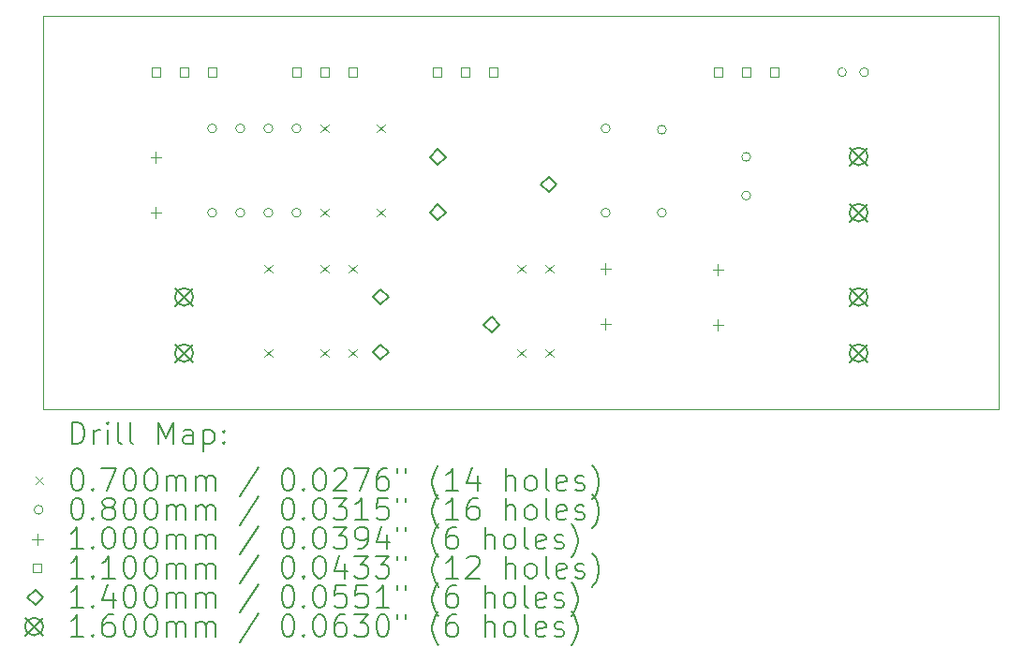
<source format=gbr>
%TF.GenerationSoftware,KiCad,Pcbnew,7.0.5*%
%TF.CreationDate,2023-06-03T16:26:47+02:00*%
%TF.ProjectId,avt2464,61767432-3436-4342-9e6b-696361645f70,rev?*%
%TF.SameCoordinates,Original*%
%TF.FileFunction,Drillmap*%
%TF.FilePolarity,Positive*%
%FSLAX45Y45*%
G04 Gerber Fmt 4.5, Leading zero omitted, Abs format (unit mm)*
G04 Created by KiCad (PCBNEW 7.0.5) date 2023-06-03 16:26:47*
%MOMM*%
%LPD*%
G01*
G04 APERTURE LIST*
%ADD10C,0.100000*%
%ADD11C,0.200000*%
%ADD12C,0.070000*%
%ADD13C,0.080000*%
%ADD14C,0.110000*%
%ADD15C,0.140000*%
%ADD16C,0.160000*%
G04 APERTURE END LIST*
D10*
X1778000Y-1778000D02*
X10414000Y-1778000D01*
X10414000Y-5334000D01*
X1778000Y-5334000D01*
X1778000Y-1778000D01*
D11*
D12*
X3775000Y-4029000D02*
X3845000Y-4099000D01*
X3845000Y-4029000D02*
X3775000Y-4099000D01*
X3775000Y-4791000D02*
X3845000Y-4861000D01*
X3845000Y-4791000D02*
X3775000Y-4861000D01*
X4283000Y-2759000D02*
X4353000Y-2829000D01*
X4353000Y-2759000D02*
X4283000Y-2829000D01*
X4283000Y-3521000D02*
X4353000Y-3591000D01*
X4353000Y-3521000D02*
X4283000Y-3591000D01*
X4283000Y-4029000D02*
X4353000Y-4099000D01*
X4353000Y-4029000D02*
X4283000Y-4099000D01*
X4283000Y-4791000D02*
X4353000Y-4861000D01*
X4353000Y-4791000D02*
X4283000Y-4861000D01*
X4537000Y-4029000D02*
X4607000Y-4099000D01*
X4607000Y-4029000D02*
X4537000Y-4099000D01*
X4537000Y-4791000D02*
X4607000Y-4861000D01*
X4607000Y-4791000D02*
X4537000Y-4861000D01*
X4791000Y-2759000D02*
X4861000Y-2829000D01*
X4861000Y-2759000D02*
X4791000Y-2829000D01*
X4791000Y-3521000D02*
X4861000Y-3591000D01*
X4861000Y-3521000D02*
X4791000Y-3591000D01*
X6061000Y-4029000D02*
X6131000Y-4099000D01*
X6131000Y-4029000D02*
X6061000Y-4099000D01*
X6061000Y-4791000D02*
X6131000Y-4861000D01*
X6131000Y-4791000D02*
X6061000Y-4861000D01*
X6315000Y-4029000D02*
X6385000Y-4099000D01*
X6385000Y-4029000D02*
X6315000Y-4099000D01*
X6315000Y-4791000D02*
X6385000Y-4861000D01*
X6385000Y-4791000D02*
X6315000Y-4861000D01*
D13*
X3342000Y-2794000D02*
G75*
G03*
X3342000Y-2794000I-40000J0D01*
G01*
X3342000Y-3556000D02*
G75*
G03*
X3342000Y-3556000I-40000J0D01*
G01*
X3596000Y-2794000D02*
G75*
G03*
X3596000Y-2794000I-40000J0D01*
G01*
X3596000Y-3556000D02*
G75*
G03*
X3596000Y-3556000I-40000J0D01*
G01*
X3850000Y-2794000D02*
G75*
G03*
X3850000Y-2794000I-40000J0D01*
G01*
X3850000Y-3556000D02*
G75*
G03*
X3850000Y-3556000I-40000J0D01*
G01*
X4104000Y-2794000D02*
G75*
G03*
X4104000Y-2794000I-40000J0D01*
G01*
X4104000Y-3556000D02*
G75*
G03*
X4104000Y-3556000I-40000J0D01*
G01*
X6898000Y-2794000D02*
G75*
G03*
X6898000Y-2794000I-40000J0D01*
G01*
X6898000Y-3556000D02*
G75*
G03*
X6898000Y-3556000I-40000J0D01*
G01*
X7406000Y-2806000D02*
G75*
G03*
X7406000Y-2806000I-40000J0D01*
G01*
X7406000Y-3556000D02*
G75*
G03*
X7406000Y-3556000I-40000J0D01*
G01*
X8168000Y-3052000D02*
G75*
G03*
X8168000Y-3052000I-40000J0D01*
G01*
X8168000Y-3402000D02*
G75*
G03*
X8168000Y-3402000I-40000J0D01*
G01*
X9034000Y-2286000D02*
G75*
G03*
X9034000Y-2286000I-40000J0D01*
G01*
X9234000Y-2286000D02*
G75*
G03*
X9234000Y-2286000I-40000J0D01*
G01*
D10*
X2794000Y-3006000D02*
X2794000Y-3106000D01*
X2744000Y-3056000D02*
X2844000Y-3056000D01*
X2794000Y-3506000D02*
X2794000Y-3606000D01*
X2744000Y-3556000D02*
X2844000Y-3556000D01*
X6858000Y-4014000D02*
X6858000Y-4114000D01*
X6808000Y-4064000D02*
X6908000Y-4064000D01*
X6858000Y-4514000D02*
X6858000Y-4614000D01*
X6808000Y-4564000D02*
X6908000Y-4564000D01*
X7874000Y-4022000D02*
X7874000Y-4122000D01*
X7824000Y-4072000D02*
X7924000Y-4072000D01*
X7874000Y-4522000D02*
X7874000Y-4622000D01*
X7824000Y-4572000D02*
X7924000Y-4572000D01*
D14*
X2832891Y-2324891D02*
X2832891Y-2247109D01*
X2755109Y-2247109D01*
X2755109Y-2324891D01*
X2832891Y-2324891D01*
X3086891Y-2324891D02*
X3086891Y-2247109D01*
X3009109Y-2247109D01*
X3009109Y-2324891D01*
X3086891Y-2324891D01*
X3340891Y-2324891D02*
X3340891Y-2247109D01*
X3263109Y-2247109D01*
X3263109Y-2324891D01*
X3340891Y-2324891D01*
X4102891Y-2324891D02*
X4102891Y-2247109D01*
X4025109Y-2247109D01*
X4025109Y-2324891D01*
X4102891Y-2324891D01*
X4356891Y-2324891D02*
X4356891Y-2247109D01*
X4279109Y-2247109D01*
X4279109Y-2324891D01*
X4356891Y-2324891D01*
X4610891Y-2324891D02*
X4610891Y-2247109D01*
X4533109Y-2247109D01*
X4533109Y-2324891D01*
X4610891Y-2324891D01*
X5372891Y-2324891D02*
X5372891Y-2247109D01*
X5295109Y-2247109D01*
X5295109Y-2324891D01*
X5372891Y-2324891D01*
X5626891Y-2324891D02*
X5626891Y-2247109D01*
X5549109Y-2247109D01*
X5549109Y-2324891D01*
X5626891Y-2324891D01*
X5880891Y-2324891D02*
X5880891Y-2247109D01*
X5803109Y-2247109D01*
X5803109Y-2324891D01*
X5880891Y-2324891D01*
X7912891Y-2324891D02*
X7912891Y-2247109D01*
X7835109Y-2247109D01*
X7835109Y-2324891D01*
X7912891Y-2324891D01*
X8166891Y-2324891D02*
X8166891Y-2247109D01*
X8089109Y-2247109D01*
X8089109Y-2324891D01*
X8166891Y-2324891D01*
X8420891Y-2324891D02*
X8420891Y-2247109D01*
X8343109Y-2247109D01*
X8343109Y-2324891D01*
X8420891Y-2324891D01*
D15*
X4826000Y-4388000D02*
X4896000Y-4318000D01*
X4826000Y-4248000D01*
X4756000Y-4318000D01*
X4826000Y-4388000D01*
X4826000Y-4888000D02*
X4896000Y-4818000D01*
X4826000Y-4748000D01*
X4756000Y-4818000D01*
X4826000Y-4888000D01*
X5342000Y-3122000D02*
X5412000Y-3052000D01*
X5342000Y-2982000D01*
X5272000Y-3052000D01*
X5342000Y-3122000D01*
X5342000Y-3622000D02*
X5412000Y-3552000D01*
X5342000Y-3482000D01*
X5272000Y-3552000D01*
X5342000Y-3622000D01*
X5826000Y-4638000D02*
X5896000Y-4568000D01*
X5826000Y-4498000D01*
X5756000Y-4568000D01*
X5826000Y-4638000D01*
X6342000Y-3372000D02*
X6412000Y-3302000D01*
X6342000Y-3232000D01*
X6272000Y-3302000D01*
X6342000Y-3372000D01*
D16*
X2968000Y-4238000D02*
X3128000Y-4398000D01*
X3128000Y-4238000D02*
X2968000Y-4398000D01*
X3128000Y-4318000D02*
G75*
G03*
X3128000Y-4318000I-80000J0D01*
G01*
X2968000Y-4746000D02*
X3128000Y-4906000D01*
X3128000Y-4746000D02*
X2968000Y-4906000D01*
X3128000Y-4826000D02*
G75*
G03*
X3128000Y-4826000I-80000J0D01*
G01*
X9064000Y-2968000D02*
X9224000Y-3128000D01*
X9224000Y-2968000D02*
X9064000Y-3128000D01*
X9224000Y-3048000D02*
G75*
G03*
X9224000Y-3048000I-80000J0D01*
G01*
X9064000Y-3476000D02*
X9224000Y-3636000D01*
X9224000Y-3476000D02*
X9064000Y-3636000D01*
X9224000Y-3556000D02*
G75*
G03*
X9224000Y-3556000I-80000J0D01*
G01*
X9064000Y-4238000D02*
X9224000Y-4398000D01*
X9224000Y-4238000D02*
X9064000Y-4398000D01*
X9224000Y-4318000D02*
G75*
G03*
X9224000Y-4318000I-80000J0D01*
G01*
X9064000Y-4746000D02*
X9224000Y-4906000D01*
X9224000Y-4746000D02*
X9064000Y-4906000D01*
X9224000Y-4826000D02*
G75*
G03*
X9224000Y-4826000I-80000J0D01*
G01*
D11*
X2033777Y-5650484D02*
X2033777Y-5450484D01*
X2033777Y-5450484D02*
X2081396Y-5450484D01*
X2081396Y-5450484D02*
X2109967Y-5460008D01*
X2109967Y-5460008D02*
X2129015Y-5479055D01*
X2129015Y-5479055D02*
X2138539Y-5498103D01*
X2138539Y-5498103D02*
X2148063Y-5536198D01*
X2148063Y-5536198D02*
X2148063Y-5564770D01*
X2148063Y-5564770D02*
X2138539Y-5602865D01*
X2138539Y-5602865D02*
X2129015Y-5621912D01*
X2129015Y-5621912D02*
X2109967Y-5640960D01*
X2109967Y-5640960D02*
X2081396Y-5650484D01*
X2081396Y-5650484D02*
X2033777Y-5650484D01*
X2233777Y-5650484D02*
X2233777Y-5517150D01*
X2233777Y-5555246D02*
X2243301Y-5536198D01*
X2243301Y-5536198D02*
X2252824Y-5526674D01*
X2252824Y-5526674D02*
X2271872Y-5517150D01*
X2271872Y-5517150D02*
X2290920Y-5517150D01*
X2357586Y-5650484D02*
X2357586Y-5517150D01*
X2357586Y-5450484D02*
X2348063Y-5460008D01*
X2348063Y-5460008D02*
X2357586Y-5469531D01*
X2357586Y-5469531D02*
X2367110Y-5460008D01*
X2367110Y-5460008D02*
X2357586Y-5450484D01*
X2357586Y-5450484D02*
X2357586Y-5469531D01*
X2481396Y-5650484D02*
X2462348Y-5640960D01*
X2462348Y-5640960D02*
X2452824Y-5621912D01*
X2452824Y-5621912D02*
X2452824Y-5450484D01*
X2586158Y-5650484D02*
X2567110Y-5640960D01*
X2567110Y-5640960D02*
X2557586Y-5621912D01*
X2557586Y-5621912D02*
X2557586Y-5450484D01*
X2814729Y-5650484D02*
X2814729Y-5450484D01*
X2814729Y-5450484D02*
X2881396Y-5593341D01*
X2881396Y-5593341D02*
X2948062Y-5450484D01*
X2948062Y-5450484D02*
X2948062Y-5650484D01*
X3129015Y-5650484D02*
X3129015Y-5545722D01*
X3129015Y-5545722D02*
X3119491Y-5526674D01*
X3119491Y-5526674D02*
X3100443Y-5517150D01*
X3100443Y-5517150D02*
X3062348Y-5517150D01*
X3062348Y-5517150D02*
X3043301Y-5526674D01*
X3129015Y-5640960D02*
X3109967Y-5650484D01*
X3109967Y-5650484D02*
X3062348Y-5650484D01*
X3062348Y-5650484D02*
X3043301Y-5640960D01*
X3043301Y-5640960D02*
X3033777Y-5621912D01*
X3033777Y-5621912D02*
X3033777Y-5602865D01*
X3033777Y-5602865D02*
X3043301Y-5583817D01*
X3043301Y-5583817D02*
X3062348Y-5574293D01*
X3062348Y-5574293D02*
X3109967Y-5574293D01*
X3109967Y-5574293D02*
X3129015Y-5564770D01*
X3224253Y-5517150D02*
X3224253Y-5717150D01*
X3224253Y-5526674D02*
X3243301Y-5517150D01*
X3243301Y-5517150D02*
X3281396Y-5517150D01*
X3281396Y-5517150D02*
X3300443Y-5526674D01*
X3300443Y-5526674D02*
X3309967Y-5536198D01*
X3309967Y-5536198D02*
X3319491Y-5555246D01*
X3319491Y-5555246D02*
X3319491Y-5612388D01*
X3319491Y-5612388D02*
X3309967Y-5631436D01*
X3309967Y-5631436D02*
X3300443Y-5640960D01*
X3300443Y-5640960D02*
X3281396Y-5650484D01*
X3281396Y-5650484D02*
X3243301Y-5650484D01*
X3243301Y-5650484D02*
X3224253Y-5640960D01*
X3405205Y-5631436D02*
X3414729Y-5640960D01*
X3414729Y-5640960D02*
X3405205Y-5650484D01*
X3405205Y-5650484D02*
X3395682Y-5640960D01*
X3395682Y-5640960D02*
X3405205Y-5631436D01*
X3405205Y-5631436D02*
X3405205Y-5650484D01*
X3405205Y-5526674D02*
X3414729Y-5536198D01*
X3414729Y-5536198D02*
X3405205Y-5545722D01*
X3405205Y-5545722D02*
X3395682Y-5536198D01*
X3395682Y-5536198D02*
X3405205Y-5526674D01*
X3405205Y-5526674D02*
X3405205Y-5545722D01*
D12*
X1703000Y-5944000D02*
X1773000Y-6014000D01*
X1773000Y-5944000D02*
X1703000Y-6014000D01*
D11*
X2071872Y-5870484D02*
X2090920Y-5870484D01*
X2090920Y-5870484D02*
X2109967Y-5880008D01*
X2109967Y-5880008D02*
X2119491Y-5889531D01*
X2119491Y-5889531D02*
X2129015Y-5908579D01*
X2129015Y-5908579D02*
X2138539Y-5946674D01*
X2138539Y-5946674D02*
X2138539Y-5994293D01*
X2138539Y-5994293D02*
X2129015Y-6032388D01*
X2129015Y-6032388D02*
X2119491Y-6051436D01*
X2119491Y-6051436D02*
X2109967Y-6060960D01*
X2109967Y-6060960D02*
X2090920Y-6070484D01*
X2090920Y-6070484D02*
X2071872Y-6070484D01*
X2071872Y-6070484D02*
X2052824Y-6060960D01*
X2052824Y-6060960D02*
X2043301Y-6051436D01*
X2043301Y-6051436D02*
X2033777Y-6032388D01*
X2033777Y-6032388D02*
X2024253Y-5994293D01*
X2024253Y-5994293D02*
X2024253Y-5946674D01*
X2024253Y-5946674D02*
X2033777Y-5908579D01*
X2033777Y-5908579D02*
X2043301Y-5889531D01*
X2043301Y-5889531D02*
X2052824Y-5880008D01*
X2052824Y-5880008D02*
X2071872Y-5870484D01*
X2224253Y-6051436D02*
X2233777Y-6060960D01*
X2233777Y-6060960D02*
X2224253Y-6070484D01*
X2224253Y-6070484D02*
X2214729Y-6060960D01*
X2214729Y-6060960D02*
X2224253Y-6051436D01*
X2224253Y-6051436D02*
X2224253Y-6070484D01*
X2300444Y-5870484D02*
X2433777Y-5870484D01*
X2433777Y-5870484D02*
X2348063Y-6070484D01*
X2548063Y-5870484D02*
X2567110Y-5870484D01*
X2567110Y-5870484D02*
X2586158Y-5880008D01*
X2586158Y-5880008D02*
X2595682Y-5889531D01*
X2595682Y-5889531D02*
X2605205Y-5908579D01*
X2605205Y-5908579D02*
X2614729Y-5946674D01*
X2614729Y-5946674D02*
X2614729Y-5994293D01*
X2614729Y-5994293D02*
X2605205Y-6032388D01*
X2605205Y-6032388D02*
X2595682Y-6051436D01*
X2595682Y-6051436D02*
X2586158Y-6060960D01*
X2586158Y-6060960D02*
X2567110Y-6070484D01*
X2567110Y-6070484D02*
X2548063Y-6070484D01*
X2548063Y-6070484D02*
X2529015Y-6060960D01*
X2529015Y-6060960D02*
X2519491Y-6051436D01*
X2519491Y-6051436D02*
X2509967Y-6032388D01*
X2509967Y-6032388D02*
X2500444Y-5994293D01*
X2500444Y-5994293D02*
X2500444Y-5946674D01*
X2500444Y-5946674D02*
X2509967Y-5908579D01*
X2509967Y-5908579D02*
X2519491Y-5889531D01*
X2519491Y-5889531D02*
X2529015Y-5880008D01*
X2529015Y-5880008D02*
X2548063Y-5870484D01*
X2738539Y-5870484D02*
X2757586Y-5870484D01*
X2757586Y-5870484D02*
X2776634Y-5880008D01*
X2776634Y-5880008D02*
X2786158Y-5889531D01*
X2786158Y-5889531D02*
X2795682Y-5908579D01*
X2795682Y-5908579D02*
X2805205Y-5946674D01*
X2805205Y-5946674D02*
X2805205Y-5994293D01*
X2805205Y-5994293D02*
X2795682Y-6032388D01*
X2795682Y-6032388D02*
X2786158Y-6051436D01*
X2786158Y-6051436D02*
X2776634Y-6060960D01*
X2776634Y-6060960D02*
X2757586Y-6070484D01*
X2757586Y-6070484D02*
X2738539Y-6070484D01*
X2738539Y-6070484D02*
X2719491Y-6060960D01*
X2719491Y-6060960D02*
X2709967Y-6051436D01*
X2709967Y-6051436D02*
X2700444Y-6032388D01*
X2700444Y-6032388D02*
X2690920Y-5994293D01*
X2690920Y-5994293D02*
X2690920Y-5946674D01*
X2690920Y-5946674D02*
X2700444Y-5908579D01*
X2700444Y-5908579D02*
X2709967Y-5889531D01*
X2709967Y-5889531D02*
X2719491Y-5880008D01*
X2719491Y-5880008D02*
X2738539Y-5870484D01*
X2890920Y-6070484D02*
X2890920Y-5937150D01*
X2890920Y-5956198D02*
X2900443Y-5946674D01*
X2900443Y-5946674D02*
X2919491Y-5937150D01*
X2919491Y-5937150D02*
X2948063Y-5937150D01*
X2948063Y-5937150D02*
X2967110Y-5946674D01*
X2967110Y-5946674D02*
X2976634Y-5965722D01*
X2976634Y-5965722D02*
X2976634Y-6070484D01*
X2976634Y-5965722D02*
X2986158Y-5946674D01*
X2986158Y-5946674D02*
X3005205Y-5937150D01*
X3005205Y-5937150D02*
X3033777Y-5937150D01*
X3033777Y-5937150D02*
X3052824Y-5946674D01*
X3052824Y-5946674D02*
X3062348Y-5965722D01*
X3062348Y-5965722D02*
X3062348Y-6070484D01*
X3157586Y-6070484D02*
X3157586Y-5937150D01*
X3157586Y-5956198D02*
X3167110Y-5946674D01*
X3167110Y-5946674D02*
X3186158Y-5937150D01*
X3186158Y-5937150D02*
X3214729Y-5937150D01*
X3214729Y-5937150D02*
X3233777Y-5946674D01*
X3233777Y-5946674D02*
X3243301Y-5965722D01*
X3243301Y-5965722D02*
X3243301Y-6070484D01*
X3243301Y-5965722D02*
X3252824Y-5946674D01*
X3252824Y-5946674D02*
X3271872Y-5937150D01*
X3271872Y-5937150D02*
X3300443Y-5937150D01*
X3300443Y-5937150D02*
X3319491Y-5946674D01*
X3319491Y-5946674D02*
X3329015Y-5965722D01*
X3329015Y-5965722D02*
X3329015Y-6070484D01*
X3719491Y-5860960D02*
X3548063Y-6118103D01*
X3976634Y-5870484D02*
X3995682Y-5870484D01*
X3995682Y-5870484D02*
X4014729Y-5880008D01*
X4014729Y-5880008D02*
X4024253Y-5889531D01*
X4024253Y-5889531D02*
X4033777Y-5908579D01*
X4033777Y-5908579D02*
X4043301Y-5946674D01*
X4043301Y-5946674D02*
X4043301Y-5994293D01*
X4043301Y-5994293D02*
X4033777Y-6032388D01*
X4033777Y-6032388D02*
X4024253Y-6051436D01*
X4024253Y-6051436D02*
X4014729Y-6060960D01*
X4014729Y-6060960D02*
X3995682Y-6070484D01*
X3995682Y-6070484D02*
X3976634Y-6070484D01*
X3976634Y-6070484D02*
X3957586Y-6060960D01*
X3957586Y-6060960D02*
X3948063Y-6051436D01*
X3948063Y-6051436D02*
X3938539Y-6032388D01*
X3938539Y-6032388D02*
X3929015Y-5994293D01*
X3929015Y-5994293D02*
X3929015Y-5946674D01*
X3929015Y-5946674D02*
X3938539Y-5908579D01*
X3938539Y-5908579D02*
X3948063Y-5889531D01*
X3948063Y-5889531D02*
X3957586Y-5880008D01*
X3957586Y-5880008D02*
X3976634Y-5870484D01*
X4129015Y-6051436D02*
X4138539Y-6060960D01*
X4138539Y-6060960D02*
X4129015Y-6070484D01*
X4129015Y-6070484D02*
X4119491Y-6060960D01*
X4119491Y-6060960D02*
X4129015Y-6051436D01*
X4129015Y-6051436D02*
X4129015Y-6070484D01*
X4262348Y-5870484D02*
X4281396Y-5870484D01*
X4281396Y-5870484D02*
X4300444Y-5880008D01*
X4300444Y-5880008D02*
X4309968Y-5889531D01*
X4309968Y-5889531D02*
X4319491Y-5908579D01*
X4319491Y-5908579D02*
X4329015Y-5946674D01*
X4329015Y-5946674D02*
X4329015Y-5994293D01*
X4329015Y-5994293D02*
X4319491Y-6032388D01*
X4319491Y-6032388D02*
X4309968Y-6051436D01*
X4309968Y-6051436D02*
X4300444Y-6060960D01*
X4300444Y-6060960D02*
X4281396Y-6070484D01*
X4281396Y-6070484D02*
X4262348Y-6070484D01*
X4262348Y-6070484D02*
X4243301Y-6060960D01*
X4243301Y-6060960D02*
X4233777Y-6051436D01*
X4233777Y-6051436D02*
X4224253Y-6032388D01*
X4224253Y-6032388D02*
X4214729Y-5994293D01*
X4214729Y-5994293D02*
X4214729Y-5946674D01*
X4214729Y-5946674D02*
X4224253Y-5908579D01*
X4224253Y-5908579D02*
X4233777Y-5889531D01*
X4233777Y-5889531D02*
X4243301Y-5880008D01*
X4243301Y-5880008D02*
X4262348Y-5870484D01*
X4405206Y-5889531D02*
X4414729Y-5880008D01*
X4414729Y-5880008D02*
X4433777Y-5870484D01*
X4433777Y-5870484D02*
X4481396Y-5870484D01*
X4481396Y-5870484D02*
X4500444Y-5880008D01*
X4500444Y-5880008D02*
X4509968Y-5889531D01*
X4509968Y-5889531D02*
X4519491Y-5908579D01*
X4519491Y-5908579D02*
X4519491Y-5927627D01*
X4519491Y-5927627D02*
X4509968Y-5956198D01*
X4509968Y-5956198D02*
X4395682Y-6070484D01*
X4395682Y-6070484D02*
X4519491Y-6070484D01*
X4586158Y-5870484D02*
X4719491Y-5870484D01*
X4719491Y-5870484D02*
X4633777Y-6070484D01*
X4881396Y-5870484D02*
X4843301Y-5870484D01*
X4843301Y-5870484D02*
X4824253Y-5880008D01*
X4824253Y-5880008D02*
X4814729Y-5889531D01*
X4814729Y-5889531D02*
X4795682Y-5918103D01*
X4795682Y-5918103D02*
X4786158Y-5956198D01*
X4786158Y-5956198D02*
X4786158Y-6032388D01*
X4786158Y-6032388D02*
X4795682Y-6051436D01*
X4795682Y-6051436D02*
X4805206Y-6060960D01*
X4805206Y-6060960D02*
X4824253Y-6070484D01*
X4824253Y-6070484D02*
X4862349Y-6070484D01*
X4862349Y-6070484D02*
X4881396Y-6060960D01*
X4881396Y-6060960D02*
X4890920Y-6051436D01*
X4890920Y-6051436D02*
X4900444Y-6032388D01*
X4900444Y-6032388D02*
X4900444Y-5984769D01*
X4900444Y-5984769D02*
X4890920Y-5965722D01*
X4890920Y-5965722D02*
X4881396Y-5956198D01*
X4881396Y-5956198D02*
X4862349Y-5946674D01*
X4862349Y-5946674D02*
X4824253Y-5946674D01*
X4824253Y-5946674D02*
X4805206Y-5956198D01*
X4805206Y-5956198D02*
X4795682Y-5965722D01*
X4795682Y-5965722D02*
X4786158Y-5984769D01*
X4976634Y-5870484D02*
X4976634Y-5908579D01*
X5052825Y-5870484D02*
X5052825Y-5908579D01*
X5348063Y-6146674D02*
X5338539Y-6137150D01*
X5338539Y-6137150D02*
X5319491Y-6108579D01*
X5319491Y-6108579D02*
X5309968Y-6089531D01*
X5309968Y-6089531D02*
X5300444Y-6060960D01*
X5300444Y-6060960D02*
X5290920Y-6013341D01*
X5290920Y-6013341D02*
X5290920Y-5975246D01*
X5290920Y-5975246D02*
X5300444Y-5927627D01*
X5300444Y-5927627D02*
X5309968Y-5899055D01*
X5309968Y-5899055D02*
X5319491Y-5880008D01*
X5319491Y-5880008D02*
X5338539Y-5851436D01*
X5338539Y-5851436D02*
X5348063Y-5841912D01*
X5529015Y-6070484D02*
X5414730Y-6070484D01*
X5471872Y-6070484D02*
X5471872Y-5870484D01*
X5471872Y-5870484D02*
X5452825Y-5899055D01*
X5452825Y-5899055D02*
X5433777Y-5918103D01*
X5433777Y-5918103D02*
X5414730Y-5927627D01*
X5700444Y-5937150D02*
X5700444Y-6070484D01*
X5652825Y-5860960D02*
X5605206Y-6003817D01*
X5605206Y-6003817D02*
X5729015Y-6003817D01*
X5957587Y-6070484D02*
X5957587Y-5870484D01*
X6043301Y-6070484D02*
X6043301Y-5965722D01*
X6043301Y-5965722D02*
X6033777Y-5946674D01*
X6033777Y-5946674D02*
X6014730Y-5937150D01*
X6014730Y-5937150D02*
X5986158Y-5937150D01*
X5986158Y-5937150D02*
X5967110Y-5946674D01*
X5967110Y-5946674D02*
X5957587Y-5956198D01*
X6167110Y-6070484D02*
X6148063Y-6060960D01*
X6148063Y-6060960D02*
X6138539Y-6051436D01*
X6138539Y-6051436D02*
X6129015Y-6032388D01*
X6129015Y-6032388D02*
X6129015Y-5975246D01*
X6129015Y-5975246D02*
X6138539Y-5956198D01*
X6138539Y-5956198D02*
X6148063Y-5946674D01*
X6148063Y-5946674D02*
X6167110Y-5937150D01*
X6167110Y-5937150D02*
X6195682Y-5937150D01*
X6195682Y-5937150D02*
X6214730Y-5946674D01*
X6214730Y-5946674D02*
X6224253Y-5956198D01*
X6224253Y-5956198D02*
X6233777Y-5975246D01*
X6233777Y-5975246D02*
X6233777Y-6032388D01*
X6233777Y-6032388D02*
X6224253Y-6051436D01*
X6224253Y-6051436D02*
X6214730Y-6060960D01*
X6214730Y-6060960D02*
X6195682Y-6070484D01*
X6195682Y-6070484D02*
X6167110Y-6070484D01*
X6348063Y-6070484D02*
X6329015Y-6060960D01*
X6329015Y-6060960D02*
X6319491Y-6041912D01*
X6319491Y-6041912D02*
X6319491Y-5870484D01*
X6500444Y-6060960D02*
X6481396Y-6070484D01*
X6481396Y-6070484D02*
X6443301Y-6070484D01*
X6443301Y-6070484D02*
X6424253Y-6060960D01*
X6424253Y-6060960D02*
X6414730Y-6041912D01*
X6414730Y-6041912D02*
X6414730Y-5965722D01*
X6414730Y-5965722D02*
X6424253Y-5946674D01*
X6424253Y-5946674D02*
X6443301Y-5937150D01*
X6443301Y-5937150D02*
X6481396Y-5937150D01*
X6481396Y-5937150D02*
X6500444Y-5946674D01*
X6500444Y-5946674D02*
X6509968Y-5965722D01*
X6509968Y-5965722D02*
X6509968Y-5984769D01*
X6509968Y-5984769D02*
X6414730Y-6003817D01*
X6586158Y-6060960D02*
X6605206Y-6070484D01*
X6605206Y-6070484D02*
X6643301Y-6070484D01*
X6643301Y-6070484D02*
X6662349Y-6060960D01*
X6662349Y-6060960D02*
X6671872Y-6041912D01*
X6671872Y-6041912D02*
X6671872Y-6032388D01*
X6671872Y-6032388D02*
X6662349Y-6013341D01*
X6662349Y-6013341D02*
X6643301Y-6003817D01*
X6643301Y-6003817D02*
X6614730Y-6003817D01*
X6614730Y-6003817D02*
X6595682Y-5994293D01*
X6595682Y-5994293D02*
X6586158Y-5975246D01*
X6586158Y-5975246D02*
X6586158Y-5965722D01*
X6586158Y-5965722D02*
X6595682Y-5946674D01*
X6595682Y-5946674D02*
X6614730Y-5937150D01*
X6614730Y-5937150D02*
X6643301Y-5937150D01*
X6643301Y-5937150D02*
X6662349Y-5946674D01*
X6738539Y-6146674D02*
X6748063Y-6137150D01*
X6748063Y-6137150D02*
X6767111Y-6108579D01*
X6767111Y-6108579D02*
X6776634Y-6089531D01*
X6776634Y-6089531D02*
X6786158Y-6060960D01*
X6786158Y-6060960D02*
X6795682Y-6013341D01*
X6795682Y-6013341D02*
X6795682Y-5975246D01*
X6795682Y-5975246D02*
X6786158Y-5927627D01*
X6786158Y-5927627D02*
X6776634Y-5899055D01*
X6776634Y-5899055D02*
X6767111Y-5880008D01*
X6767111Y-5880008D02*
X6748063Y-5851436D01*
X6748063Y-5851436D02*
X6738539Y-5841912D01*
D13*
X1773000Y-6243000D02*
G75*
G03*
X1773000Y-6243000I-40000J0D01*
G01*
D11*
X2071872Y-6134484D02*
X2090920Y-6134484D01*
X2090920Y-6134484D02*
X2109967Y-6144008D01*
X2109967Y-6144008D02*
X2119491Y-6153531D01*
X2119491Y-6153531D02*
X2129015Y-6172579D01*
X2129015Y-6172579D02*
X2138539Y-6210674D01*
X2138539Y-6210674D02*
X2138539Y-6258293D01*
X2138539Y-6258293D02*
X2129015Y-6296388D01*
X2129015Y-6296388D02*
X2119491Y-6315436D01*
X2119491Y-6315436D02*
X2109967Y-6324960D01*
X2109967Y-6324960D02*
X2090920Y-6334484D01*
X2090920Y-6334484D02*
X2071872Y-6334484D01*
X2071872Y-6334484D02*
X2052824Y-6324960D01*
X2052824Y-6324960D02*
X2043301Y-6315436D01*
X2043301Y-6315436D02*
X2033777Y-6296388D01*
X2033777Y-6296388D02*
X2024253Y-6258293D01*
X2024253Y-6258293D02*
X2024253Y-6210674D01*
X2024253Y-6210674D02*
X2033777Y-6172579D01*
X2033777Y-6172579D02*
X2043301Y-6153531D01*
X2043301Y-6153531D02*
X2052824Y-6144008D01*
X2052824Y-6144008D02*
X2071872Y-6134484D01*
X2224253Y-6315436D02*
X2233777Y-6324960D01*
X2233777Y-6324960D02*
X2224253Y-6334484D01*
X2224253Y-6334484D02*
X2214729Y-6324960D01*
X2214729Y-6324960D02*
X2224253Y-6315436D01*
X2224253Y-6315436D02*
X2224253Y-6334484D01*
X2348063Y-6220198D02*
X2329015Y-6210674D01*
X2329015Y-6210674D02*
X2319491Y-6201150D01*
X2319491Y-6201150D02*
X2309967Y-6182103D01*
X2309967Y-6182103D02*
X2309967Y-6172579D01*
X2309967Y-6172579D02*
X2319491Y-6153531D01*
X2319491Y-6153531D02*
X2329015Y-6144008D01*
X2329015Y-6144008D02*
X2348063Y-6134484D01*
X2348063Y-6134484D02*
X2386158Y-6134484D01*
X2386158Y-6134484D02*
X2405205Y-6144008D01*
X2405205Y-6144008D02*
X2414729Y-6153531D01*
X2414729Y-6153531D02*
X2424253Y-6172579D01*
X2424253Y-6172579D02*
X2424253Y-6182103D01*
X2424253Y-6182103D02*
X2414729Y-6201150D01*
X2414729Y-6201150D02*
X2405205Y-6210674D01*
X2405205Y-6210674D02*
X2386158Y-6220198D01*
X2386158Y-6220198D02*
X2348063Y-6220198D01*
X2348063Y-6220198D02*
X2329015Y-6229722D01*
X2329015Y-6229722D02*
X2319491Y-6239246D01*
X2319491Y-6239246D02*
X2309967Y-6258293D01*
X2309967Y-6258293D02*
X2309967Y-6296388D01*
X2309967Y-6296388D02*
X2319491Y-6315436D01*
X2319491Y-6315436D02*
X2329015Y-6324960D01*
X2329015Y-6324960D02*
X2348063Y-6334484D01*
X2348063Y-6334484D02*
X2386158Y-6334484D01*
X2386158Y-6334484D02*
X2405205Y-6324960D01*
X2405205Y-6324960D02*
X2414729Y-6315436D01*
X2414729Y-6315436D02*
X2424253Y-6296388D01*
X2424253Y-6296388D02*
X2424253Y-6258293D01*
X2424253Y-6258293D02*
X2414729Y-6239246D01*
X2414729Y-6239246D02*
X2405205Y-6229722D01*
X2405205Y-6229722D02*
X2386158Y-6220198D01*
X2548063Y-6134484D02*
X2567110Y-6134484D01*
X2567110Y-6134484D02*
X2586158Y-6144008D01*
X2586158Y-6144008D02*
X2595682Y-6153531D01*
X2595682Y-6153531D02*
X2605205Y-6172579D01*
X2605205Y-6172579D02*
X2614729Y-6210674D01*
X2614729Y-6210674D02*
X2614729Y-6258293D01*
X2614729Y-6258293D02*
X2605205Y-6296388D01*
X2605205Y-6296388D02*
X2595682Y-6315436D01*
X2595682Y-6315436D02*
X2586158Y-6324960D01*
X2586158Y-6324960D02*
X2567110Y-6334484D01*
X2567110Y-6334484D02*
X2548063Y-6334484D01*
X2548063Y-6334484D02*
X2529015Y-6324960D01*
X2529015Y-6324960D02*
X2519491Y-6315436D01*
X2519491Y-6315436D02*
X2509967Y-6296388D01*
X2509967Y-6296388D02*
X2500444Y-6258293D01*
X2500444Y-6258293D02*
X2500444Y-6210674D01*
X2500444Y-6210674D02*
X2509967Y-6172579D01*
X2509967Y-6172579D02*
X2519491Y-6153531D01*
X2519491Y-6153531D02*
X2529015Y-6144008D01*
X2529015Y-6144008D02*
X2548063Y-6134484D01*
X2738539Y-6134484D02*
X2757586Y-6134484D01*
X2757586Y-6134484D02*
X2776634Y-6144008D01*
X2776634Y-6144008D02*
X2786158Y-6153531D01*
X2786158Y-6153531D02*
X2795682Y-6172579D01*
X2795682Y-6172579D02*
X2805205Y-6210674D01*
X2805205Y-6210674D02*
X2805205Y-6258293D01*
X2805205Y-6258293D02*
X2795682Y-6296388D01*
X2795682Y-6296388D02*
X2786158Y-6315436D01*
X2786158Y-6315436D02*
X2776634Y-6324960D01*
X2776634Y-6324960D02*
X2757586Y-6334484D01*
X2757586Y-6334484D02*
X2738539Y-6334484D01*
X2738539Y-6334484D02*
X2719491Y-6324960D01*
X2719491Y-6324960D02*
X2709967Y-6315436D01*
X2709967Y-6315436D02*
X2700444Y-6296388D01*
X2700444Y-6296388D02*
X2690920Y-6258293D01*
X2690920Y-6258293D02*
X2690920Y-6210674D01*
X2690920Y-6210674D02*
X2700444Y-6172579D01*
X2700444Y-6172579D02*
X2709967Y-6153531D01*
X2709967Y-6153531D02*
X2719491Y-6144008D01*
X2719491Y-6144008D02*
X2738539Y-6134484D01*
X2890920Y-6334484D02*
X2890920Y-6201150D01*
X2890920Y-6220198D02*
X2900443Y-6210674D01*
X2900443Y-6210674D02*
X2919491Y-6201150D01*
X2919491Y-6201150D02*
X2948063Y-6201150D01*
X2948063Y-6201150D02*
X2967110Y-6210674D01*
X2967110Y-6210674D02*
X2976634Y-6229722D01*
X2976634Y-6229722D02*
X2976634Y-6334484D01*
X2976634Y-6229722D02*
X2986158Y-6210674D01*
X2986158Y-6210674D02*
X3005205Y-6201150D01*
X3005205Y-6201150D02*
X3033777Y-6201150D01*
X3033777Y-6201150D02*
X3052824Y-6210674D01*
X3052824Y-6210674D02*
X3062348Y-6229722D01*
X3062348Y-6229722D02*
X3062348Y-6334484D01*
X3157586Y-6334484D02*
X3157586Y-6201150D01*
X3157586Y-6220198D02*
X3167110Y-6210674D01*
X3167110Y-6210674D02*
X3186158Y-6201150D01*
X3186158Y-6201150D02*
X3214729Y-6201150D01*
X3214729Y-6201150D02*
X3233777Y-6210674D01*
X3233777Y-6210674D02*
X3243301Y-6229722D01*
X3243301Y-6229722D02*
X3243301Y-6334484D01*
X3243301Y-6229722D02*
X3252824Y-6210674D01*
X3252824Y-6210674D02*
X3271872Y-6201150D01*
X3271872Y-6201150D02*
X3300443Y-6201150D01*
X3300443Y-6201150D02*
X3319491Y-6210674D01*
X3319491Y-6210674D02*
X3329015Y-6229722D01*
X3329015Y-6229722D02*
X3329015Y-6334484D01*
X3719491Y-6124960D02*
X3548063Y-6382103D01*
X3976634Y-6134484D02*
X3995682Y-6134484D01*
X3995682Y-6134484D02*
X4014729Y-6144008D01*
X4014729Y-6144008D02*
X4024253Y-6153531D01*
X4024253Y-6153531D02*
X4033777Y-6172579D01*
X4033777Y-6172579D02*
X4043301Y-6210674D01*
X4043301Y-6210674D02*
X4043301Y-6258293D01*
X4043301Y-6258293D02*
X4033777Y-6296388D01*
X4033777Y-6296388D02*
X4024253Y-6315436D01*
X4024253Y-6315436D02*
X4014729Y-6324960D01*
X4014729Y-6324960D02*
X3995682Y-6334484D01*
X3995682Y-6334484D02*
X3976634Y-6334484D01*
X3976634Y-6334484D02*
X3957586Y-6324960D01*
X3957586Y-6324960D02*
X3948063Y-6315436D01*
X3948063Y-6315436D02*
X3938539Y-6296388D01*
X3938539Y-6296388D02*
X3929015Y-6258293D01*
X3929015Y-6258293D02*
X3929015Y-6210674D01*
X3929015Y-6210674D02*
X3938539Y-6172579D01*
X3938539Y-6172579D02*
X3948063Y-6153531D01*
X3948063Y-6153531D02*
X3957586Y-6144008D01*
X3957586Y-6144008D02*
X3976634Y-6134484D01*
X4129015Y-6315436D02*
X4138539Y-6324960D01*
X4138539Y-6324960D02*
X4129015Y-6334484D01*
X4129015Y-6334484D02*
X4119491Y-6324960D01*
X4119491Y-6324960D02*
X4129015Y-6315436D01*
X4129015Y-6315436D02*
X4129015Y-6334484D01*
X4262348Y-6134484D02*
X4281396Y-6134484D01*
X4281396Y-6134484D02*
X4300444Y-6144008D01*
X4300444Y-6144008D02*
X4309968Y-6153531D01*
X4309968Y-6153531D02*
X4319491Y-6172579D01*
X4319491Y-6172579D02*
X4329015Y-6210674D01*
X4329015Y-6210674D02*
X4329015Y-6258293D01*
X4329015Y-6258293D02*
X4319491Y-6296388D01*
X4319491Y-6296388D02*
X4309968Y-6315436D01*
X4309968Y-6315436D02*
X4300444Y-6324960D01*
X4300444Y-6324960D02*
X4281396Y-6334484D01*
X4281396Y-6334484D02*
X4262348Y-6334484D01*
X4262348Y-6334484D02*
X4243301Y-6324960D01*
X4243301Y-6324960D02*
X4233777Y-6315436D01*
X4233777Y-6315436D02*
X4224253Y-6296388D01*
X4224253Y-6296388D02*
X4214729Y-6258293D01*
X4214729Y-6258293D02*
X4214729Y-6210674D01*
X4214729Y-6210674D02*
X4224253Y-6172579D01*
X4224253Y-6172579D02*
X4233777Y-6153531D01*
X4233777Y-6153531D02*
X4243301Y-6144008D01*
X4243301Y-6144008D02*
X4262348Y-6134484D01*
X4395682Y-6134484D02*
X4519491Y-6134484D01*
X4519491Y-6134484D02*
X4452825Y-6210674D01*
X4452825Y-6210674D02*
X4481396Y-6210674D01*
X4481396Y-6210674D02*
X4500444Y-6220198D01*
X4500444Y-6220198D02*
X4509968Y-6229722D01*
X4509968Y-6229722D02*
X4519491Y-6248769D01*
X4519491Y-6248769D02*
X4519491Y-6296388D01*
X4519491Y-6296388D02*
X4509968Y-6315436D01*
X4509968Y-6315436D02*
X4500444Y-6324960D01*
X4500444Y-6324960D02*
X4481396Y-6334484D01*
X4481396Y-6334484D02*
X4424253Y-6334484D01*
X4424253Y-6334484D02*
X4405206Y-6324960D01*
X4405206Y-6324960D02*
X4395682Y-6315436D01*
X4709968Y-6334484D02*
X4595682Y-6334484D01*
X4652825Y-6334484D02*
X4652825Y-6134484D01*
X4652825Y-6134484D02*
X4633777Y-6163055D01*
X4633777Y-6163055D02*
X4614729Y-6182103D01*
X4614729Y-6182103D02*
X4595682Y-6191627D01*
X4890920Y-6134484D02*
X4795682Y-6134484D01*
X4795682Y-6134484D02*
X4786158Y-6229722D01*
X4786158Y-6229722D02*
X4795682Y-6220198D01*
X4795682Y-6220198D02*
X4814729Y-6210674D01*
X4814729Y-6210674D02*
X4862349Y-6210674D01*
X4862349Y-6210674D02*
X4881396Y-6220198D01*
X4881396Y-6220198D02*
X4890920Y-6229722D01*
X4890920Y-6229722D02*
X4900444Y-6248769D01*
X4900444Y-6248769D02*
X4900444Y-6296388D01*
X4900444Y-6296388D02*
X4890920Y-6315436D01*
X4890920Y-6315436D02*
X4881396Y-6324960D01*
X4881396Y-6324960D02*
X4862349Y-6334484D01*
X4862349Y-6334484D02*
X4814729Y-6334484D01*
X4814729Y-6334484D02*
X4795682Y-6324960D01*
X4795682Y-6324960D02*
X4786158Y-6315436D01*
X4976634Y-6134484D02*
X4976634Y-6172579D01*
X5052825Y-6134484D02*
X5052825Y-6172579D01*
X5348063Y-6410674D02*
X5338539Y-6401150D01*
X5338539Y-6401150D02*
X5319491Y-6372579D01*
X5319491Y-6372579D02*
X5309968Y-6353531D01*
X5309968Y-6353531D02*
X5300444Y-6324960D01*
X5300444Y-6324960D02*
X5290920Y-6277341D01*
X5290920Y-6277341D02*
X5290920Y-6239246D01*
X5290920Y-6239246D02*
X5300444Y-6191627D01*
X5300444Y-6191627D02*
X5309968Y-6163055D01*
X5309968Y-6163055D02*
X5319491Y-6144008D01*
X5319491Y-6144008D02*
X5338539Y-6115436D01*
X5338539Y-6115436D02*
X5348063Y-6105912D01*
X5529015Y-6334484D02*
X5414730Y-6334484D01*
X5471872Y-6334484D02*
X5471872Y-6134484D01*
X5471872Y-6134484D02*
X5452825Y-6163055D01*
X5452825Y-6163055D02*
X5433777Y-6182103D01*
X5433777Y-6182103D02*
X5414730Y-6191627D01*
X5700444Y-6134484D02*
X5662348Y-6134484D01*
X5662348Y-6134484D02*
X5643301Y-6144008D01*
X5643301Y-6144008D02*
X5633777Y-6153531D01*
X5633777Y-6153531D02*
X5614729Y-6182103D01*
X5614729Y-6182103D02*
X5605206Y-6220198D01*
X5605206Y-6220198D02*
X5605206Y-6296388D01*
X5605206Y-6296388D02*
X5614729Y-6315436D01*
X5614729Y-6315436D02*
X5624253Y-6324960D01*
X5624253Y-6324960D02*
X5643301Y-6334484D01*
X5643301Y-6334484D02*
X5681396Y-6334484D01*
X5681396Y-6334484D02*
X5700444Y-6324960D01*
X5700444Y-6324960D02*
X5709968Y-6315436D01*
X5709968Y-6315436D02*
X5719491Y-6296388D01*
X5719491Y-6296388D02*
X5719491Y-6248769D01*
X5719491Y-6248769D02*
X5709968Y-6229722D01*
X5709968Y-6229722D02*
X5700444Y-6220198D01*
X5700444Y-6220198D02*
X5681396Y-6210674D01*
X5681396Y-6210674D02*
X5643301Y-6210674D01*
X5643301Y-6210674D02*
X5624253Y-6220198D01*
X5624253Y-6220198D02*
X5614729Y-6229722D01*
X5614729Y-6229722D02*
X5605206Y-6248769D01*
X5957587Y-6334484D02*
X5957587Y-6134484D01*
X6043301Y-6334484D02*
X6043301Y-6229722D01*
X6043301Y-6229722D02*
X6033777Y-6210674D01*
X6033777Y-6210674D02*
X6014730Y-6201150D01*
X6014730Y-6201150D02*
X5986158Y-6201150D01*
X5986158Y-6201150D02*
X5967110Y-6210674D01*
X5967110Y-6210674D02*
X5957587Y-6220198D01*
X6167110Y-6334484D02*
X6148063Y-6324960D01*
X6148063Y-6324960D02*
X6138539Y-6315436D01*
X6138539Y-6315436D02*
X6129015Y-6296388D01*
X6129015Y-6296388D02*
X6129015Y-6239246D01*
X6129015Y-6239246D02*
X6138539Y-6220198D01*
X6138539Y-6220198D02*
X6148063Y-6210674D01*
X6148063Y-6210674D02*
X6167110Y-6201150D01*
X6167110Y-6201150D02*
X6195682Y-6201150D01*
X6195682Y-6201150D02*
X6214730Y-6210674D01*
X6214730Y-6210674D02*
X6224253Y-6220198D01*
X6224253Y-6220198D02*
X6233777Y-6239246D01*
X6233777Y-6239246D02*
X6233777Y-6296388D01*
X6233777Y-6296388D02*
X6224253Y-6315436D01*
X6224253Y-6315436D02*
X6214730Y-6324960D01*
X6214730Y-6324960D02*
X6195682Y-6334484D01*
X6195682Y-6334484D02*
X6167110Y-6334484D01*
X6348063Y-6334484D02*
X6329015Y-6324960D01*
X6329015Y-6324960D02*
X6319491Y-6305912D01*
X6319491Y-6305912D02*
X6319491Y-6134484D01*
X6500444Y-6324960D02*
X6481396Y-6334484D01*
X6481396Y-6334484D02*
X6443301Y-6334484D01*
X6443301Y-6334484D02*
X6424253Y-6324960D01*
X6424253Y-6324960D02*
X6414730Y-6305912D01*
X6414730Y-6305912D02*
X6414730Y-6229722D01*
X6414730Y-6229722D02*
X6424253Y-6210674D01*
X6424253Y-6210674D02*
X6443301Y-6201150D01*
X6443301Y-6201150D02*
X6481396Y-6201150D01*
X6481396Y-6201150D02*
X6500444Y-6210674D01*
X6500444Y-6210674D02*
X6509968Y-6229722D01*
X6509968Y-6229722D02*
X6509968Y-6248769D01*
X6509968Y-6248769D02*
X6414730Y-6267817D01*
X6586158Y-6324960D02*
X6605206Y-6334484D01*
X6605206Y-6334484D02*
X6643301Y-6334484D01*
X6643301Y-6334484D02*
X6662349Y-6324960D01*
X6662349Y-6324960D02*
X6671872Y-6305912D01*
X6671872Y-6305912D02*
X6671872Y-6296388D01*
X6671872Y-6296388D02*
X6662349Y-6277341D01*
X6662349Y-6277341D02*
X6643301Y-6267817D01*
X6643301Y-6267817D02*
X6614730Y-6267817D01*
X6614730Y-6267817D02*
X6595682Y-6258293D01*
X6595682Y-6258293D02*
X6586158Y-6239246D01*
X6586158Y-6239246D02*
X6586158Y-6229722D01*
X6586158Y-6229722D02*
X6595682Y-6210674D01*
X6595682Y-6210674D02*
X6614730Y-6201150D01*
X6614730Y-6201150D02*
X6643301Y-6201150D01*
X6643301Y-6201150D02*
X6662349Y-6210674D01*
X6738539Y-6410674D02*
X6748063Y-6401150D01*
X6748063Y-6401150D02*
X6767111Y-6372579D01*
X6767111Y-6372579D02*
X6776634Y-6353531D01*
X6776634Y-6353531D02*
X6786158Y-6324960D01*
X6786158Y-6324960D02*
X6795682Y-6277341D01*
X6795682Y-6277341D02*
X6795682Y-6239246D01*
X6795682Y-6239246D02*
X6786158Y-6191627D01*
X6786158Y-6191627D02*
X6776634Y-6163055D01*
X6776634Y-6163055D02*
X6767111Y-6144008D01*
X6767111Y-6144008D02*
X6748063Y-6115436D01*
X6748063Y-6115436D02*
X6738539Y-6105912D01*
D10*
X1723000Y-6457000D02*
X1723000Y-6557000D01*
X1673000Y-6507000D02*
X1773000Y-6507000D01*
D11*
X2138539Y-6598484D02*
X2024253Y-6598484D01*
X2081396Y-6598484D02*
X2081396Y-6398484D01*
X2081396Y-6398484D02*
X2062348Y-6427055D01*
X2062348Y-6427055D02*
X2043301Y-6446103D01*
X2043301Y-6446103D02*
X2024253Y-6455627D01*
X2224253Y-6579436D02*
X2233777Y-6588960D01*
X2233777Y-6588960D02*
X2224253Y-6598484D01*
X2224253Y-6598484D02*
X2214729Y-6588960D01*
X2214729Y-6588960D02*
X2224253Y-6579436D01*
X2224253Y-6579436D02*
X2224253Y-6598484D01*
X2357586Y-6398484D02*
X2376634Y-6398484D01*
X2376634Y-6398484D02*
X2395682Y-6408008D01*
X2395682Y-6408008D02*
X2405205Y-6417531D01*
X2405205Y-6417531D02*
X2414729Y-6436579D01*
X2414729Y-6436579D02*
X2424253Y-6474674D01*
X2424253Y-6474674D02*
X2424253Y-6522293D01*
X2424253Y-6522293D02*
X2414729Y-6560388D01*
X2414729Y-6560388D02*
X2405205Y-6579436D01*
X2405205Y-6579436D02*
X2395682Y-6588960D01*
X2395682Y-6588960D02*
X2376634Y-6598484D01*
X2376634Y-6598484D02*
X2357586Y-6598484D01*
X2357586Y-6598484D02*
X2338539Y-6588960D01*
X2338539Y-6588960D02*
X2329015Y-6579436D01*
X2329015Y-6579436D02*
X2319491Y-6560388D01*
X2319491Y-6560388D02*
X2309967Y-6522293D01*
X2309967Y-6522293D02*
X2309967Y-6474674D01*
X2309967Y-6474674D02*
X2319491Y-6436579D01*
X2319491Y-6436579D02*
X2329015Y-6417531D01*
X2329015Y-6417531D02*
X2338539Y-6408008D01*
X2338539Y-6408008D02*
X2357586Y-6398484D01*
X2548063Y-6398484D02*
X2567110Y-6398484D01*
X2567110Y-6398484D02*
X2586158Y-6408008D01*
X2586158Y-6408008D02*
X2595682Y-6417531D01*
X2595682Y-6417531D02*
X2605205Y-6436579D01*
X2605205Y-6436579D02*
X2614729Y-6474674D01*
X2614729Y-6474674D02*
X2614729Y-6522293D01*
X2614729Y-6522293D02*
X2605205Y-6560388D01*
X2605205Y-6560388D02*
X2595682Y-6579436D01*
X2595682Y-6579436D02*
X2586158Y-6588960D01*
X2586158Y-6588960D02*
X2567110Y-6598484D01*
X2567110Y-6598484D02*
X2548063Y-6598484D01*
X2548063Y-6598484D02*
X2529015Y-6588960D01*
X2529015Y-6588960D02*
X2519491Y-6579436D01*
X2519491Y-6579436D02*
X2509967Y-6560388D01*
X2509967Y-6560388D02*
X2500444Y-6522293D01*
X2500444Y-6522293D02*
X2500444Y-6474674D01*
X2500444Y-6474674D02*
X2509967Y-6436579D01*
X2509967Y-6436579D02*
X2519491Y-6417531D01*
X2519491Y-6417531D02*
X2529015Y-6408008D01*
X2529015Y-6408008D02*
X2548063Y-6398484D01*
X2738539Y-6398484D02*
X2757586Y-6398484D01*
X2757586Y-6398484D02*
X2776634Y-6408008D01*
X2776634Y-6408008D02*
X2786158Y-6417531D01*
X2786158Y-6417531D02*
X2795682Y-6436579D01*
X2795682Y-6436579D02*
X2805205Y-6474674D01*
X2805205Y-6474674D02*
X2805205Y-6522293D01*
X2805205Y-6522293D02*
X2795682Y-6560388D01*
X2795682Y-6560388D02*
X2786158Y-6579436D01*
X2786158Y-6579436D02*
X2776634Y-6588960D01*
X2776634Y-6588960D02*
X2757586Y-6598484D01*
X2757586Y-6598484D02*
X2738539Y-6598484D01*
X2738539Y-6598484D02*
X2719491Y-6588960D01*
X2719491Y-6588960D02*
X2709967Y-6579436D01*
X2709967Y-6579436D02*
X2700444Y-6560388D01*
X2700444Y-6560388D02*
X2690920Y-6522293D01*
X2690920Y-6522293D02*
X2690920Y-6474674D01*
X2690920Y-6474674D02*
X2700444Y-6436579D01*
X2700444Y-6436579D02*
X2709967Y-6417531D01*
X2709967Y-6417531D02*
X2719491Y-6408008D01*
X2719491Y-6408008D02*
X2738539Y-6398484D01*
X2890920Y-6598484D02*
X2890920Y-6465150D01*
X2890920Y-6484198D02*
X2900443Y-6474674D01*
X2900443Y-6474674D02*
X2919491Y-6465150D01*
X2919491Y-6465150D02*
X2948063Y-6465150D01*
X2948063Y-6465150D02*
X2967110Y-6474674D01*
X2967110Y-6474674D02*
X2976634Y-6493722D01*
X2976634Y-6493722D02*
X2976634Y-6598484D01*
X2976634Y-6493722D02*
X2986158Y-6474674D01*
X2986158Y-6474674D02*
X3005205Y-6465150D01*
X3005205Y-6465150D02*
X3033777Y-6465150D01*
X3033777Y-6465150D02*
X3052824Y-6474674D01*
X3052824Y-6474674D02*
X3062348Y-6493722D01*
X3062348Y-6493722D02*
X3062348Y-6598484D01*
X3157586Y-6598484D02*
X3157586Y-6465150D01*
X3157586Y-6484198D02*
X3167110Y-6474674D01*
X3167110Y-6474674D02*
X3186158Y-6465150D01*
X3186158Y-6465150D02*
X3214729Y-6465150D01*
X3214729Y-6465150D02*
X3233777Y-6474674D01*
X3233777Y-6474674D02*
X3243301Y-6493722D01*
X3243301Y-6493722D02*
X3243301Y-6598484D01*
X3243301Y-6493722D02*
X3252824Y-6474674D01*
X3252824Y-6474674D02*
X3271872Y-6465150D01*
X3271872Y-6465150D02*
X3300443Y-6465150D01*
X3300443Y-6465150D02*
X3319491Y-6474674D01*
X3319491Y-6474674D02*
X3329015Y-6493722D01*
X3329015Y-6493722D02*
X3329015Y-6598484D01*
X3719491Y-6388960D02*
X3548063Y-6646103D01*
X3976634Y-6398484D02*
X3995682Y-6398484D01*
X3995682Y-6398484D02*
X4014729Y-6408008D01*
X4014729Y-6408008D02*
X4024253Y-6417531D01*
X4024253Y-6417531D02*
X4033777Y-6436579D01*
X4033777Y-6436579D02*
X4043301Y-6474674D01*
X4043301Y-6474674D02*
X4043301Y-6522293D01*
X4043301Y-6522293D02*
X4033777Y-6560388D01*
X4033777Y-6560388D02*
X4024253Y-6579436D01*
X4024253Y-6579436D02*
X4014729Y-6588960D01*
X4014729Y-6588960D02*
X3995682Y-6598484D01*
X3995682Y-6598484D02*
X3976634Y-6598484D01*
X3976634Y-6598484D02*
X3957586Y-6588960D01*
X3957586Y-6588960D02*
X3948063Y-6579436D01*
X3948063Y-6579436D02*
X3938539Y-6560388D01*
X3938539Y-6560388D02*
X3929015Y-6522293D01*
X3929015Y-6522293D02*
X3929015Y-6474674D01*
X3929015Y-6474674D02*
X3938539Y-6436579D01*
X3938539Y-6436579D02*
X3948063Y-6417531D01*
X3948063Y-6417531D02*
X3957586Y-6408008D01*
X3957586Y-6408008D02*
X3976634Y-6398484D01*
X4129015Y-6579436D02*
X4138539Y-6588960D01*
X4138539Y-6588960D02*
X4129015Y-6598484D01*
X4129015Y-6598484D02*
X4119491Y-6588960D01*
X4119491Y-6588960D02*
X4129015Y-6579436D01*
X4129015Y-6579436D02*
X4129015Y-6598484D01*
X4262348Y-6398484D02*
X4281396Y-6398484D01*
X4281396Y-6398484D02*
X4300444Y-6408008D01*
X4300444Y-6408008D02*
X4309968Y-6417531D01*
X4309968Y-6417531D02*
X4319491Y-6436579D01*
X4319491Y-6436579D02*
X4329015Y-6474674D01*
X4329015Y-6474674D02*
X4329015Y-6522293D01*
X4329015Y-6522293D02*
X4319491Y-6560388D01*
X4319491Y-6560388D02*
X4309968Y-6579436D01*
X4309968Y-6579436D02*
X4300444Y-6588960D01*
X4300444Y-6588960D02*
X4281396Y-6598484D01*
X4281396Y-6598484D02*
X4262348Y-6598484D01*
X4262348Y-6598484D02*
X4243301Y-6588960D01*
X4243301Y-6588960D02*
X4233777Y-6579436D01*
X4233777Y-6579436D02*
X4224253Y-6560388D01*
X4224253Y-6560388D02*
X4214729Y-6522293D01*
X4214729Y-6522293D02*
X4214729Y-6474674D01*
X4214729Y-6474674D02*
X4224253Y-6436579D01*
X4224253Y-6436579D02*
X4233777Y-6417531D01*
X4233777Y-6417531D02*
X4243301Y-6408008D01*
X4243301Y-6408008D02*
X4262348Y-6398484D01*
X4395682Y-6398484D02*
X4519491Y-6398484D01*
X4519491Y-6398484D02*
X4452825Y-6474674D01*
X4452825Y-6474674D02*
X4481396Y-6474674D01*
X4481396Y-6474674D02*
X4500444Y-6484198D01*
X4500444Y-6484198D02*
X4509968Y-6493722D01*
X4509968Y-6493722D02*
X4519491Y-6512769D01*
X4519491Y-6512769D02*
X4519491Y-6560388D01*
X4519491Y-6560388D02*
X4509968Y-6579436D01*
X4509968Y-6579436D02*
X4500444Y-6588960D01*
X4500444Y-6588960D02*
X4481396Y-6598484D01*
X4481396Y-6598484D02*
X4424253Y-6598484D01*
X4424253Y-6598484D02*
X4405206Y-6588960D01*
X4405206Y-6588960D02*
X4395682Y-6579436D01*
X4614729Y-6598484D02*
X4652825Y-6598484D01*
X4652825Y-6598484D02*
X4671872Y-6588960D01*
X4671872Y-6588960D02*
X4681396Y-6579436D01*
X4681396Y-6579436D02*
X4700444Y-6550865D01*
X4700444Y-6550865D02*
X4709968Y-6512769D01*
X4709968Y-6512769D02*
X4709968Y-6436579D01*
X4709968Y-6436579D02*
X4700444Y-6417531D01*
X4700444Y-6417531D02*
X4690920Y-6408008D01*
X4690920Y-6408008D02*
X4671872Y-6398484D01*
X4671872Y-6398484D02*
X4633777Y-6398484D01*
X4633777Y-6398484D02*
X4614729Y-6408008D01*
X4614729Y-6408008D02*
X4605206Y-6417531D01*
X4605206Y-6417531D02*
X4595682Y-6436579D01*
X4595682Y-6436579D02*
X4595682Y-6484198D01*
X4595682Y-6484198D02*
X4605206Y-6503246D01*
X4605206Y-6503246D02*
X4614729Y-6512769D01*
X4614729Y-6512769D02*
X4633777Y-6522293D01*
X4633777Y-6522293D02*
X4671872Y-6522293D01*
X4671872Y-6522293D02*
X4690920Y-6512769D01*
X4690920Y-6512769D02*
X4700444Y-6503246D01*
X4700444Y-6503246D02*
X4709968Y-6484198D01*
X4881396Y-6465150D02*
X4881396Y-6598484D01*
X4833777Y-6388960D02*
X4786158Y-6531817D01*
X4786158Y-6531817D02*
X4909968Y-6531817D01*
X4976634Y-6398484D02*
X4976634Y-6436579D01*
X5052825Y-6398484D02*
X5052825Y-6436579D01*
X5348063Y-6674674D02*
X5338539Y-6665150D01*
X5338539Y-6665150D02*
X5319491Y-6636579D01*
X5319491Y-6636579D02*
X5309968Y-6617531D01*
X5309968Y-6617531D02*
X5300444Y-6588960D01*
X5300444Y-6588960D02*
X5290920Y-6541341D01*
X5290920Y-6541341D02*
X5290920Y-6503246D01*
X5290920Y-6503246D02*
X5300444Y-6455627D01*
X5300444Y-6455627D02*
X5309968Y-6427055D01*
X5309968Y-6427055D02*
X5319491Y-6408008D01*
X5319491Y-6408008D02*
X5338539Y-6379436D01*
X5338539Y-6379436D02*
X5348063Y-6369912D01*
X5509968Y-6398484D02*
X5471872Y-6398484D01*
X5471872Y-6398484D02*
X5452825Y-6408008D01*
X5452825Y-6408008D02*
X5443301Y-6417531D01*
X5443301Y-6417531D02*
X5424253Y-6446103D01*
X5424253Y-6446103D02*
X5414730Y-6484198D01*
X5414730Y-6484198D02*
X5414730Y-6560388D01*
X5414730Y-6560388D02*
X5424253Y-6579436D01*
X5424253Y-6579436D02*
X5433777Y-6588960D01*
X5433777Y-6588960D02*
X5452825Y-6598484D01*
X5452825Y-6598484D02*
X5490920Y-6598484D01*
X5490920Y-6598484D02*
X5509968Y-6588960D01*
X5509968Y-6588960D02*
X5519491Y-6579436D01*
X5519491Y-6579436D02*
X5529015Y-6560388D01*
X5529015Y-6560388D02*
X5529015Y-6512769D01*
X5529015Y-6512769D02*
X5519491Y-6493722D01*
X5519491Y-6493722D02*
X5509968Y-6484198D01*
X5509968Y-6484198D02*
X5490920Y-6474674D01*
X5490920Y-6474674D02*
X5452825Y-6474674D01*
X5452825Y-6474674D02*
X5433777Y-6484198D01*
X5433777Y-6484198D02*
X5424253Y-6493722D01*
X5424253Y-6493722D02*
X5414730Y-6512769D01*
X5767110Y-6598484D02*
X5767110Y-6398484D01*
X5852825Y-6598484D02*
X5852825Y-6493722D01*
X5852825Y-6493722D02*
X5843301Y-6474674D01*
X5843301Y-6474674D02*
X5824253Y-6465150D01*
X5824253Y-6465150D02*
X5795682Y-6465150D01*
X5795682Y-6465150D02*
X5776634Y-6474674D01*
X5776634Y-6474674D02*
X5767110Y-6484198D01*
X5976634Y-6598484D02*
X5957587Y-6588960D01*
X5957587Y-6588960D02*
X5948063Y-6579436D01*
X5948063Y-6579436D02*
X5938539Y-6560388D01*
X5938539Y-6560388D02*
X5938539Y-6503246D01*
X5938539Y-6503246D02*
X5948063Y-6484198D01*
X5948063Y-6484198D02*
X5957587Y-6474674D01*
X5957587Y-6474674D02*
X5976634Y-6465150D01*
X5976634Y-6465150D02*
X6005206Y-6465150D01*
X6005206Y-6465150D02*
X6024253Y-6474674D01*
X6024253Y-6474674D02*
X6033777Y-6484198D01*
X6033777Y-6484198D02*
X6043301Y-6503246D01*
X6043301Y-6503246D02*
X6043301Y-6560388D01*
X6043301Y-6560388D02*
X6033777Y-6579436D01*
X6033777Y-6579436D02*
X6024253Y-6588960D01*
X6024253Y-6588960D02*
X6005206Y-6598484D01*
X6005206Y-6598484D02*
X5976634Y-6598484D01*
X6157587Y-6598484D02*
X6138539Y-6588960D01*
X6138539Y-6588960D02*
X6129015Y-6569912D01*
X6129015Y-6569912D02*
X6129015Y-6398484D01*
X6309968Y-6588960D02*
X6290920Y-6598484D01*
X6290920Y-6598484D02*
X6252825Y-6598484D01*
X6252825Y-6598484D02*
X6233777Y-6588960D01*
X6233777Y-6588960D02*
X6224253Y-6569912D01*
X6224253Y-6569912D02*
X6224253Y-6493722D01*
X6224253Y-6493722D02*
X6233777Y-6474674D01*
X6233777Y-6474674D02*
X6252825Y-6465150D01*
X6252825Y-6465150D02*
X6290920Y-6465150D01*
X6290920Y-6465150D02*
X6309968Y-6474674D01*
X6309968Y-6474674D02*
X6319491Y-6493722D01*
X6319491Y-6493722D02*
X6319491Y-6512769D01*
X6319491Y-6512769D02*
X6224253Y-6531817D01*
X6395682Y-6588960D02*
X6414730Y-6598484D01*
X6414730Y-6598484D02*
X6452825Y-6598484D01*
X6452825Y-6598484D02*
X6471872Y-6588960D01*
X6471872Y-6588960D02*
X6481396Y-6569912D01*
X6481396Y-6569912D02*
X6481396Y-6560388D01*
X6481396Y-6560388D02*
X6471872Y-6541341D01*
X6471872Y-6541341D02*
X6452825Y-6531817D01*
X6452825Y-6531817D02*
X6424253Y-6531817D01*
X6424253Y-6531817D02*
X6405206Y-6522293D01*
X6405206Y-6522293D02*
X6395682Y-6503246D01*
X6395682Y-6503246D02*
X6395682Y-6493722D01*
X6395682Y-6493722D02*
X6405206Y-6474674D01*
X6405206Y-6474674D02*
X6424253Y-6465150D01*
X6424253Y-6465150D02*
X6452825Y-6465150D01*
X6452825Y-6465150D02*
X6471872Y-6474674D01*
X6548063Y-6674674D02*
X6557587Y-6665150D01*
X6557587Y-6665150D02*
X6576634Y-6636579D01*
X6576634Y-6636579D02*
X6586158Y-6617531D01*
X6586158Y-6617531D02*
X6595682Y-6588960D01*
X6595682Y-6588960D02*
X6605206Y-6541341D01*
X6605206Y-6541341D02*
X6605206Y-6503246D01*
X6605206Y-6503246D02*
X6595682Y-6455627D01*
X6595682Y-6455627D02*
X6586158Y-6427055D01*
X6586158Y-6427055D02*
X6576634Y-6408008D01*
X6576634Y-6408008D02*
X6557587Y-6379436D01*
X6557587Y-6379436D02*
X6548063Y-6369912D01*
D14*
X1756891Y-6809891D02*
X1756891Y-6732109D01*
X1679109Y-6732109D01*
X1679109Y-6809891D01*
X1756891Y-6809891D01*
D11*
X2138539Y-6862484D02*
X2024253Y-6862484D01*
X2081396Y-6862484D02*
X2081396Y-6662484D01*
X2081396Y-6662484D02*
X2062348Y-6691055D01*
X2062348Y-6691055D02*
X2043301Y-6710103D01*
X2043301Y-6710103D02*
X2024253Y-6719627D01*
X2224253Y-6843436D02*
X2233777Y-6852960D01*
X2233777Y-6852960D02*
X2224253Y-6862484D01*
X2224253Y-6862484D02*
X2214729Y-6852960D01*
X2214729Y-6852960D02*
X2224253Y-6843436D01*
X2224253Y-6843436D02*
X2224253Y-6862484D01*
X2424253Y-6862484D02*
X2309967Y-6862484D01*
X2367110Y-6862484D02*
X2367110Y-6662484D01*
X2367110Y-6662484D02*
X2348063Y-6691055D01*
X2348063Y-6691055D02*
X2329015Y-6710103D01*
X2329015Y-6710103D02*
X2309967Y-6719627D01*
X2548063Y-6662484D02*
X2567110Y-6662484D01*
X2567110Y-6662484D02*
X2586158Y-6672008D01*
X2586158Y-6672008D02*
X2595682Y-6681531D01*
X2595682Y-6681531D02*
X2605205Y-6700579D01*
X2605205Y-6700579D02*
X2614729Y-6738674D01*
X2614729Y-6738674D02*
X2614729Y-6786293D01*
X2614729Y-6786293D02*
X2605205Y-6824388D01*
X2605205Y-6824388D02*
X2595682Y-6843436D01*
X2595682Y-6843436D02*
X2586158Y-6852960D01*
X2586158Y-6852960D02*
X2567110Y-6862484D01*
X2567110Y-6862484D02*
X2548063Y-6862484D01*
X2548063Y-6862484D02*
X2529015Y-6852960D01*
X2529015Y-6852960D02*
X2519491Y-6843436D01*
X2519491Y-6843436D02*
X2509967Y-6824388D01*
X2509967Y-6824388D02*
X2500444Y-6786293D01*
X2500444Y-6786293D02*
X2500444Y-6738674D01*
X2500444Y-6738674D02*
X2509967Y-6700579D01*
X2509967Y-6700579D02*
X2519491Y-6681531D01*
X2519491Y-6681531D02*
X2529015Y-6672008D01*
X2529015Y-6672008D02*
X2548063Y-6662484D01*
X2738539Y-6662484D02*
X2757586Y-6662484D01*
X2757586Y-6662484D02*
X2776634Y-6672008D01*
X2776634Y-6672008D02*
X2786158Y-6681531D01*
X2786158Y-6681531D02*
X2795682Y-6700579D01*
X2795682Y-6700579D02*
X2805205Y-6738674D01*
X2805205Y-6738674D02*
X2805205Y-6786293D01*
X2805205Y-6786293D02*
X2795682Y-6824388D01*
X2795682Y-6824388D02*
X2786158Y-6843436D01*
X2786158Y-6843436D02*
X2776634Y-6852960D01*
X2776634Y-6852960D02*
X2757586Y-6862484D01*
X2757586Y-6862484D02*
X2738539Y-6862484D01*
X2738539Y-6862484D02*
X2719491Y-6852960D01*
X2719491Y-6852960D02*
X2709967Y-6843436D01*
X2709967Y-6843436D02*
X2700444Y-6824388D01*
X2700444Y-6824388D02*
X2690920Y-6786293D01*
X2690920Y-6786293D02*
X2690920Y-6738674D01*
X2690920Y-6738674D02*
X2700444Y-6700579D01*
X2700444Y-6700579D02*
X2709967Y-6681531D01*
X2709967Y-6681531D02*
X2719491Y-6672008D01*
X2719491Y-6672008D02*
X2738539Y-6662484D01*
X2890920Y-6862484D02*
X2890920Y-6729150D01*
X2890920Y-6748198D02*
X2900443Y-6738674D01*
X2900443Y-6738674D02*
X2919491Y-6729150D01*
X2919491Y-6729150D02*
X2948063Y-6729150D01*
X2948063Y-6729150D02*
X2967110Y-6738674D01*
X2967110Y-6738674D02*
X2976634Y-6757722D01*
X2976634Y-6757722D02*
X2976634Y-6862484D01*
X2976634Y-6757722D02*
X2986158Y-6738674D01*
X2986158Y-6738674D02*
X3005205Y-6729150D01*
X3005205Y-6729150D02*
X3033777Y-6729150D01*
X3033777Y-6729150D02*
X3052824Y-6738674D01*
X3052824Y-6738674D02*
X3062348Y-6757722D01*
X3062348Y-6757722D02*
X3062348Y-6862484D01*
X3157586Y-6862484D02*
X3157586Y-6729150D01*
X3157586Y-6748198D02*
X3167110Y-6738674D01*
X3167110Y-6738674D02*
X3186158Y-6729150D01*
X3186158Y-6729150D02*
X3214729Y-6729150D01*
X3214729Y-6729150D02*
X3233777Y-6738674D01*
X3233777Y-6738674D02*
X3243301Y-6757722D01*
X3243301Y-6757722D02*
X3243301Y-6862484D01*
X3243301Y-6757722D02*
X3252824Y-6738674D01*
X3252824Y-6738674D02*
X3271872Y-6729150D01*
X3271872Y-6729150D02*
X3300443Y-6729150D01*
X3300443Y-6729150D02*
X3319491Y-6738674D01*
X3319491Y-6738674D02*
X3329015Y-6757722D01*
X3329015Y-6757722D02*
X3329015Y-6862484D01*
X3719491Y-6652960D02*
X3548063Y-6910103D01*
X3976634Y-6662484D02*
X3995682Y-6662484D01*
X3995682Y-6662484D02*
X4014729Y-6672008D01*
X4014729Y-6672008D02*
X4024253Y-6681531D01*
X4024253Y-6681531D02*
X4033777Y-6700579D01*
X4033777Y-6700579D02*
X4043301Y-6738674D01*
X4043301Y-6738674D02*
X4043301Y-6786293D01*
X4043301Y-6786293D02*
X4033777Y-6824388D01*
X4033777Y-6824388D02*
X4024253Y-6843436D01*
X4024253Y-6843436D02*
X4014729Y-6852960D01*
X4014729Y-6852960D02*
X3995682Y-6862484D01*
X3995682Y-6862484D02*
X3976634Y-6862484D01*
X3976634Y-6862484D02*
X3957586Y-6852960D01*
X3957586Y-6852960D02*
X3948063Y-6843436D01*
X3948063Y-6843436D02*
X3938539Y-6824388D01*
X3938539Y-6824388D02*
X3929015Y-6786293D01*
X3929015Y-6786293D02*
X3929015Y-6738674D01*
X3929015Y-6738674D02*
X3938539Y-6700579D01*
X3938539Y-6700579D02*
X3948063Y-6681531D01*
X3948063Y-6681531D02*
X3957586Y-6672008D01*
X3957586Y-6672008D02*
X3976634Y-6662484D01*
X4129015Y-6843436D02*
X4138539Y-6852960D01*
X4138539Y-6852960D02*
X4129015Y-6862484D01*
X4129015Y-6862484D02*
X4119491Y-6852960D01*
X4119491Y-6852960D02*
X4129015Y-6843436D01*
X4129015Y-6843436D02*
X4129015Y-6862484D01*
X4262348Y-6662484D02*
X4281396Y-6662484D01*
X4281396Y-6662484D02*
X4300444Y-6672008D01*
X4300444Y-6672008D02*
X4309968Y-6681531D01*
X4309968Y-6681531D02*
X4319491Y-6700579D01*
X4319491Y-6700579D02*
X4329015Y-6738674D01*
X4329015Y-6738674D02*
X4329015Y-6786293D01*
X4329015Y-6786293D02*
X4319491Y-6824388D01*
X4319491Y-6824388D02*
X4309968Y-6843436D01*
X4309968Y-6843436D02*
X4300444Y-6852960D01*
X4300444Y-6852960D02*
X4281396Y-6862484D01*
X4281396Y-6862484D02*
X4262348Y-6862484D01*
X4262348Y-6862484D02*
X4243301Y-6852960D01*
X4243301Y-6852960D02*
X4233777Y-6843436D01*
X4233777Y-6843436D02*
X4224253Y-6824388D01*
X4224253Y-6824388D02*
X4214729Y-6786293D01*
X4214729Y-6786293D02*
X4214729Y-6738674D01*
X4214729Y-6738674D02*
X4224253Y-6700579D01*
X4224253Y-6700579D02*
X4233777Y-6681531D01*
X4233777Y-6681531D02*
X4243301Y-6672008D01*
X4243301Y-6672008D02*
X4262348Y-6662484D01*
X4500444Y-6729150D02*
X4500444Y-6862484D01*
X4452825Y-6652960D02*
X4405206Y-6795817D01*
X4405206Y-6795817D02*
X4529015Y-6795817D01*
X4586158Y-6662484D02*
X4709968Y-6662484D01*
X4709968Y-6662484D02*
X4643301Y-6738674D01*
X4643301Y-6738674D02*
X4671872Y-6738674D01*
X4671872Y-6738674D02*
X4690920Y-6748198D01*
X4690920Y-6748198D02*
X4700444Y-6757722D01*
X4700444Y-6757722D02*
X4709968Y-6776769D01*
X4709968Y-6776769D02*
X4709968Y-6824388D01*
X4709968Y-6824388D02*
X4700444Y-6843436D01*
X4700444Y-6843436D02*
X4690920Y-6852960D01*
X4690920Y-6852960D02*
X4671872Y-6862484D01*
X4671872Y-6862484D02*
X4614729Y-6862484D01*
X4614729Y-6862484D02*
X4595682Y-6852960D01*
X4595682Y-6852960D02*
X4586158Y-6843436D01*
X4776634Y-6662484D02*
X4900444Y-6662484D01*
X4900444Y-6662484D02*
X4833777Y-6738674D01*
X4833777Y-6738674D02*
X4862349Y-6738674D01*
X4862349Y-6738674D02*
X4881396Y-6748198D01*
X4881396Y-6748198D02*
X4890920Y-6757722D01*
X4890920Y-6757722D02*
X4900444Y-6776769D01*
X4900444Y-6776769D02*
X4900444Y-6824388D01*
X4900444Y-6824388D02*
X4890920Y-6843436D01*
X4890920Y-6843436D02*
X4881396Y-6852960D01*
X4881396Y-6852960D02*
X4862349Y-6862484D01*
X4862349Y-6862484D02*
X4805206Y-6862484D01*
X4805206Y-6862484D02*
X4786158Y-6852960D01*
X4786158Y-6852960D02*
X4776634Y-6843436D01*
X4976634Y-6662484D02*
X4976634Y-6700579D01*
X5052825Y-6662484D02*
X5052825Y-6700579D01*
X5348063Y-6938674D02*
X5338539Y-6929150D01*
X5338539Y-6929150D02*
X5319491Y-6900579D01*
X5319491Y-6900579D02*
X5309968Y-6881531D01*
X5309968Y-6881531D02*
X5300444Y-6852960D01*
X5300444Y-6852960D02*
X5290920Y-6805341D01*
X5290920Y-6805341D02*
X5290920Y-6767246D01*
X5290920Y-6767246D02*
X5300444Y-6719627D01*
X5300444Y-6719627D02*
X5309968Y-6691055D01*
X5309968Y-6691055D02*
X5319491Y-6672008D01*
X5319491Y-6672008D02*
X5338539Y-6643436D01*
X5338539Y-6643436D02*
X5348063Y-6633912D01*
X5529015Y-6862484D02*
X5414730Y-6862484D01*
X5471872Y-6862484D02*
X5471872Y-6662484D01*
X5471872Y-6662484D02*
X5452825Y-6691055D01*
X5452825Y-6691055D02*
X5433777Y-6710103D01*
X5433777Y-6710103D02*
X5414730Y-6719627D01*
X5605206Y-6681531D02*
X5614729Y-6672008D01*
X5614729Y-6672008D02*
X5633777Y-6662484D01*
X5633777Y-6662484D02*
X5681396Y-6662484D01*
X5681396Y-6662484D02*
X5700444Y-6672008D01*
X5700444Y-6672008D02*
X5709968Y-6681531D01*
X5709968Y-6681531D02*
X5719491Y-6700579D01*
X5719491Y-6700579D02*
X5719491Y-6719627D01*
X5719491Y-6719627D02*
X5709968Y-6748198D01*
X5709968Y-6748198D02*
X5595682Y-6862484D01*
X5595682Y-6862484D02*
X5719491Y-6862484D01*
X5957587Y-6862484D02*
X5957587Y-6662484D01*
X6043301Y-6862484D02*
X6043301Y-6757722D01*
X6043301Y-6757722D02*
X6033777Y-6738674D01*
X6033777Y-6738674D02*
X6014730Y-6729150D01*
X6014730Y-6729150D02*
X5986158Y-6729150D01*
X5986158Y-6729150D02*
X5967110Y-6738674D01*
X5967110Y-6738674D02*
X5957587Y-6748198D01*
X6167110Y-6862484D02*
X6148063Y-6852960D01*
X6148063Y-6852960D02*
X6138539Y-6843436D01*
X6138539Y-6843436D02*
X6129015Y-6824388D01*
X6129015Y-6824388D02*
X6129015Y-6767246D01*
X6129015Y-6767246D02*
X6138539Y-6748198D01*
X6138539Y-6748198D02*
X6148063Y-6738674D01*
X6148063Y-6738674D02*
X6167110Y-6729150D01*
X6167110Y-6729150D02*
X6195682Y-6729150D01*
X6195682Y-6729150D02*
X6214730Y-6738674D01*
X6214730Y-6738674D02*
X6224253Y-6748198D01*
X6224253Y-6748198D02*
X6233777Y-6767246D01*
X6233777Y-6767246D02*
X6233777Y-6824388D01*
X6233777Y-6824388D02*
X6224253Y-6843436D01*
X6224253Y-6843436D02*
X6214730Y-6852960D01*
X6214730Y-6852960D02*
X6195682Y-6862484D01*
X6195682Y-6862484D02*
X6167110Y-6862484D01*
X6348063Y-6862484D02*
X6329015Y-6852960D01*
X6329015Y-6852960D02*
X6319491Y-6833912D01*
X6319491Y-6833912D02*
X6319491Y-6662484D01*
X6500444Y-6852960D02*
X6481396Y-6862484D01*
X6481396Y-6862484D02*
X6443301Y-6862484D01*
X6443301Y-6862484D02*
X6424253Y-6852960D01*
X6424253Y-6852960D02*
X6414730Y-6833912D01*
X6414730Y-6833912D02*
X6414730Y-6757722D01*
X6414730Y-6757722D02*
X6424253Y-6738674D01*
X6424253Y-6738674D02*
X6443301Y-6729150D01*
X6443301Y-6729150D02*
X6481396Y-6729150D01*
X6481396Y-6729150D02*
X6500444Y-6738674D01*
X6500444Y-6738674D02*
X6509968Y-6757722D01*
X6509968Y-6757722D02*
X6509968Y-6776769D01*
X6509968Y-6776769D02*
X6414730Y-6795817D01*
X6586158Y-6852960D02*
X6605206Y-6862484D01*
X6605206Y-6862484D02*
X6643301Y-6862484D01*
X6643301Y-6862484D02*
X6662349Y-6852960D01*
X6662349Y-6852960D02*
X6671872Y-6833912D01*
X6671872Y-6833912D02*
X6671872Y-6824388D01*
X6671872Y-6824388D02*
X6662349Y-6805341D01*
X6662349Y-6805341D02*
X6643301Y-6795817D01*
X6643301Y-6795817D02*
X6614730Y-6795817D01*
X6614730Y-6795817D02*
X6595682Y-6786293D01*
X6595682Y-6786293D02*
X6586158Y-6767246D01*
X6586158Y-6767246D02*
X6586158Y-6757722D01*
X6586158Y-6757722D02*
X6595682Y-6738674D01*
X6595682Y-6738674D02*
X6614730Y-6729150D01*
X6614730Y-6729150D02*
X6643301Y-6729150D01*
X6643301Y-6729150D02*
X6662349Y-6738674D01*
X6738539Y-6938674D02*
X6748063Y-6929150D01*
X6748063Y-6929150D02*
X6767111Y-6900579D01*
X6767111Y-6900579D02*
X6776634Y-6881531D01*
X6776634Y-6881531D02*
X6786158Y-6852960D01*
X6786158Y-6852960D02*
X6795682Y-6805341D01*
X6795682Y-6805341D02*
X6795682Y-6767246D01*
X6795682Y-6767246D02*
X6786158Y-6719627D01*
X6786158Y-6719627D02*
X6776634Y-6691055D01*
X6776634Y-6691055D02*
X6767111Y-6672008D01*
X6767111Y-6672008D02*
X6748063Y-6643436D01*
X6748063Y-6643436D02*
X6738539Y-6633912D01*
D15*
X1703000Y-7105000D02*
X1773000Y-7035000D01*
X1703000Y-6965000D01*
X1633000Y-7035000D01*
X1703000Y-7105000D01*
D11*
X2138539Y-7126484D02*
X2024253Y-7126484D01*
X2081396Y-7126484D02*
X2081396Y-6926484D01*
X2081396Y-6926484D02*
X2062348Y-6955055D01*
X2062348Y-6955055D02*
X2043301Y-6974103D01*
X2043301Y-6974103D02*
X2024253Y-6983627D01*
X2224253Y-7107436D02*
X2233777Y-7116960D01*
X2233777Y-7116960D02*
X2224253Y-7126484D01*
X2224253Y-7126484D02*
X2214729Y-7116960D01*
X2214729Y-7116960D02*
X2224253Y-7107436D01*
X2224253Y-7107436D02*
X2224253Y-7126484D01*
X2405205Y-6993150D02*
X2405205Y-7126484D01*
X2357586Y-6916960D02*
X2309967Y-7059817D01*
X2309967Y-7059817D02*
X2433777Y-7059817D01*
X2548063Y-6926484D02*
X2567110Y-6926484D01*
X2567110Y-6926484D02*
X2586158Y-6936008D01*
X2586158Y-6936008D02*
X2595682Y-6945531D01*
X2595682Y-6945531D02*
X2605205Y-6964579D01*
X2605205Y-6964579D02*
X2614729Y-7002674D01*
X2614729Y-7002674D02*
X2614729Y-7050293D01*
X2614729Y-7050293D02*
X2605205Y-7088388D01*
X2605205Y-7088388D02*
X2595682Y-7107436D01*
X2595682Y-7107436D02*
X2586158Y-7116960D01*
X2586158Y-7116960D02*
X2567110Y-7126484D01*
X2567110Y-7126484D02*
X2548063Y-7126484D01*
X2548063Y-7126484D02*
X2529015Y-7116960D01*
X2529015Y-7116960D02*
X2519491Y-7107436D01*
X2519491Y-7107436D02*
X2509967Y-7088388D01*
X2509967Y-7088388D02*
X2500444Y-7050293D01*
X2500444Y-7050293D02*
X2500444Y-7002674D01*
X2500444Y-7002674D02*
X2509967Y-6964579D01*
X2509967Y-6964579D02*
X2519491Y-6945531D01*
X2519491Y-6945531D02*
X2529015Y-6936008D01*
X2529015Y-6936008D02*
X2548063Y-6926484D01*
X2738539Y-6926484D02*
X2757586Y-6926484D01*
X2757586Y-6926484D02*
X2776634Y-6936008D01*
X2776634Y-6936008D02*
X2786158Y-6945531D01*
X2786158Y-6945531D02*
X2795682Y-6964579D01*
X2795682Y-6964579D02*
X2805205Y-7002674D01*
X2805205Y-7002674D02*
X2805205Y-7050293D01*
X2805205Y-7050293D02*
X2795682Y-7088388D01*
X2795682Y-7088388D02*
X2786158Y-7107436D01*
X2786158Y-7107436D02*
X2776634Y-7116960D01*
X2776634Y-7116960D02*
X2757586Y-7126484D01*
X2757586Y-7126484D02*
X2738539Y-7126484D01*
X2738539Y-7126484D02*
X2719491Y-7116960D01*
X2719491Y-7116960D02*
X2709967Y-7107436D01*
X2709967Y-7107436D02*
X2700444Y-7088388D01*
X2700444Y-7088388D02*
X2690920Y-7050293D01*
X2690920Y-7050293D02*
X2690920Y-7002674D01*
X2690920Y-7002674D02*
X2700444Y-6964579D01*
X2700444Y-6964579D02*
X2709967Y-6945531D01*
X2709967Y-6945531D02*
X2719491Y-6936008D01*
X2719491Y-6936008D02*
X2738539Y-6926484D01*
X2890920Y-7126484D02*
X2890920Y-6993150D01*
X2890920Y-7012198D02*
X2900443Y-7002674D01*
X2900443Y-7002674D02*
X2919491Y-6993150D01*
X2919491Y-6993150D02*
X2948063Y-6993150D01*
X2948063Y-6993150D02*
X2967110Y-7002674D01*
X2967110Y-7002674D02*
X2976634Y-7021722D01*
X2976634Y-7021722D02*
X2976634Y-7126484D01*
X2976634Y-7021722D02*
X2986158Y-7002674D01*
X2986158Y-7002674D02*
X3005205Y-6993150D01*
X3005205Y-6993150D02*
X3033777Y-6993150D01*
X3033777Y-6993150D02*
X3052824Y-7002674D01*
X3052824Y-7002674D02*
X3062348Y-7021722D01*
X3062348Y-7021722D02*
X3062348Y-7126484D01*
X3157586Y-7126484D02*
X3157586Y-6993150D01*
X3157586Y-7012198D02*
X3167110Y-7002674D01*
X3167110Y-7002674D02*
X3186158Y-6993150D01*
X3186158Y-6993150D02*
X3214729Y-6993150D01*
X3214729Y-6993150D02*
X3233777Y-7002674D01*
X3233777Y-7002674D02*
X3243301Y-7021722D01*
X3243301Y-7021722D02*
X3243301Y-7126484D01*
X3243301Y-7021722D02*
X3252824Y-7002674D01*
X3252824Y-7002674D02*
X3271872Y-6993150D01*
X3271872Y-6993150D02*
X3300443Y-6993150D01*
X3300443Y-6993150D02*
X3319491Y-7002674D01*
X3319491Y-7002674D02*
X3329015Y-7021722D01*
X3329015Y-7021722D02*
X3329015Y-7126484D01*
X3719491Y-6916960D02*
X3548063Y-7174103D01*
X3976634Y-6926484D02*
X3995682Y-6926484D01*
X3995682Y-6926484D02*
X4014729Y-6936008D01*
X4014729Y-6936008D02*
X4024253Y-6945531D01*
X4024253Y-6945531D02*
X4033777Y-6964579D01*
X4033777Y-6964579D02*
X4043301Y-7002674D01*
X4043301Y-7002674D02*
X4043301Y-7050293D01*
X4043301Y-7050293D02*
X4033777Y-7088388D01*
X4033777Y-7088388D02*
X4024253Y-7107436D01*
X4024253Y-7107436D02*
X4014729Y-7116960D01*
X4014729Y-7116960D02*
X3995682Y-7126484D01*
X3995682Y-7126484D02*
X3976634Y-7126484D01*
X3976634Y-7126484D02*
X3957586Y-7116960D01*
X3957586Y-7116960D02*
X3948063Y-7107436D01*
X3948063Y-7107436D02*
X3938539Y-7088388D01*
X3938539Y-7088388D02*
X3929015Y-7050293D01*
X3929015Y-7050293D02*
X3929015Y-7002674D01*
X3929015Y-7002674D02*
X3938539Y-6964579D01*
X3938539Y-6964579D02*
X3948063Y-6945531D01*
X3948063Y-6945531D02*
X3957586Y-6936008D01*
X3957586Y-6936008D02*
X3976634Y-6926484D01*
X4129015Y-7107436D02*
X4138539Y-7116960D01*
X4138539Y-7116960D02*
X4129015Y-7126484D01*
X4129015Y-7126484D02*
X4119491Y-7116960D01*
X4119491Y-7116960D02*
X4129015Y-7107436D01*
X4129015Y-7107436D02*
X4129015Y-7126484D01*
X4262348Y-6926484D02*
X4281396Y-6926484D01*
X4281396Y-6926484D02*
X4300444Y-6936008D01*
X4300444Y-6936008D02*
X4309968Y-6945531D01*
X4309968Y-6945531D02*
X4319491Y-6964579D01*
X4319491Y-6964579D02*
X4329015Y-7002674D01*
X4329015Y-7002674D02*
X4329015Y-7050293D01*
X4329015Y-7050293D02*
X4319491Y-7088388D01*
X4319491Y-7088388D02*
X4309968Y-7107436D01*
X4309968Y-7107436D02*
X4300444Y-7116960D01*
X4300444Y-7116960D02*
X4281396Y-7126484D01*
X4281396Y-7126484D02*
X4262348Y-7126484D01*
X4262348Y-7126484D02*
X4243301Y-7116960D01*
X4243301Y-7116960D02*
X4233777Y-7107436D01*
X4233777Y-7107436D02*
X4224253Y-7088388D01*
X4224253Y-7088388D02*
X4214729Y-7050293D01*
X4214729Y-7050293D02*
X4214729Y-7002674D01*
X4214729Y-7002674D02*
X4224253Y-6964579D01*
X4224253Y-6964579D02*
X4233777Y-6945531D01*
X4233777Y-6945531D02*
X4243301Y-6936008D01*
X4243301Y-6936008D02*
X4262348Y-6926484D01*
X4509968Y-6926484D02*
X4414729Y-6926484D01*
X4414729Y-6926484D02*
X4405206Y-7021722D01*
X4405206Y-7021722D02*
X4414729Y-7012198D01*
X4414729Y-7012198D02*
X4433777Y-7002674D01*
X4433777Y-7002674D02*
X4481396Y-7002674D01*
X4481396Y-7002674D02*
X4500444Y-7012198D01*
X4500444Y-7012198D02*
X4509968Y-7021722D01*
X4509968Y-7021722D02*
X4519491Y-7040769D01*
X4519491Y-7040769D02*
X4519491Y-7088388D01*
X4519491Y-7088388D02*
X4509968Y-7107436D01*
X4509968Y-7107436D02*
X4500444Y-7116960D01*
X4500444Y-7116960D02*
X4481396Y-7126484D01*
X4481396Y-7126484D02*
X4433777Y-7126484D01*
X4433777Y-7126484D02*
X4414729Y-7116960D01*
X4414729Y-7116960D02*
X4405206Y-7107436D01*
X4700444Y-6926484D02*
X4605206Y-6926484D01*
X4605206Y-6926484D02*
X4595682Y-7021722D01*
X4595682Y-7021722D02*
X4605206Y-7012198D01*
X4605206Y-7012198D02*
X4624253Y-7002674D01*
X4624253Y-7002674D02*
X4671872Y-7002674D01*
X4671872Y-7002674D02*
X4690920Y-7012198D01*
X4690920Y-7012198D02*
X4700444Y-7021722D01*
X4700444Y-7021722D02*
X4709968Y-7040769D01*
X4709968Y-7040769D02*
X4709968Y-7088388D01*
X4709968Y-7088388D02*
X4700444Y-7107436D01*
X4700444Y-7107436D02*
X4690920Y-7116960D01*
X4690920Y-7116960D02*
X4671872Y-7126484D01*
X4671872Y-7126484D02*
X4624253Y-7126484D01*
X4624253Y-7126484D02*
X4605206Y-7116960D01*
X4605206Y-7116960D02*
X4595682Y-7107436D01*
X4900444Y-7126484D02*
X4786158Y-7126484D01*
X4843301Y-7126484D02*
X4843301Y-6926484D01*
X4843301Y-6926484D02*
X4824253Y-6955055D01*
X4824253Y-6955055D02*
X4805206Y-6974103D01*
X4805206Y-6974103D02*
X4786158Y-6983627D01*
X4976634Y-6926484D02*
X4976634Y-6964579D01*
X5052825Y-6926484D02*
X5052825Y-6964579D01*
X5348063Y-7202674D02*
X5338539Y-7193150D01*
X5338539Y-7193150D02*
X5319491Y-7164579D01*
X5319491Y-7164579D02*
X5309968Y-7145531D01*
X5309968Y-7145531D02*
X5300444Y-7116960D01*
X5300444Y-7116960D02*
X5290920Y-7069341D01*
X5290920Y-7069341D02*
X5290920Y-7031246D01*
X5290920Y-7031246D02*
X5300444Y-6983627D01*
X5300444Y-6983627D02*
X5309968Y-6955055D01*
X5309968Y-6955055D02*
X5319491Y-6936008D01*
X5319491Y-6936008D02*
X5338539Y-6907436D01*
X5338539Y-6907436D02*
X5348063Y-6897912D01*
X5509968Y-6926484D02*
X5471872Y-6926484D01*
X5471872Y-6926484D02*
X5452825Y-6936008D01*
X5452825Y-6936008D02*
X5443301Y-6945531D01*
X5443301Y-6945531D02*
X5424253Y-6974103D01*
X5424253Y-6974103D02*
X5414730Y-7012198D01*
X5414730Y-7012198D02*
X5414730Y-7088388D01*
X5414730Y-7088388D02*
X5424253Y-7107436D01*
X5424253Y-7107436D02*
X5433777Y-7116960D01*
X5433777Y-7116960D02*
X5452825Y-7126484D01*
X5452825Y-7126484D02*
X5490920Y-7126484D01*
X5490920Y-7126484D02*
X5509968Y-7116960D01*
X5509968Y-7116960D02*
X5519491Y-7107436D01*
X5519491Y-7107436D02*
X5529015Y-7088388D01*
X5529015Y-7088388D02*
X5529015Y-7040769D01*
X5529015Y-7040769D02*
X5519491Y-7021722D01*
X5519491Y-7021722D02*
X5509968Y-7012198D01*
X5509968Y-7012198D02*
X5490920Y-7002674D01*
X5490920Y-7002674D02*
X5452825Y-7002674D01*
X5452825Y-7002674D02*
X5433777Y-7012198D01*
X5433777Y-7012198D02*
X5424253Y-7021722D01*
X5424253Y-7021722D02*
X5414730Y-7040769D01*
X5767110Y-7126484D02*
X5767110Y-6926484D01*
X5852825Y-7126484D02*
X5852825Y-7021722D01*
X5852825Y-7021722D02*
X5843301Y-7002674D01*
X5843301Y-7002674D02*
X5824253Y-6993150D01*
X5824253Y-6993150D02*
X5795682Y-6993150D01*
X5795682Y-6993150D02*
X5776634Y-7002674D01*
X5776634Y-7002674D02*
X5767110Y-7012198D01*
X5976634Y-7126484D02*
X5957587Y-7116960D01*
X5957587Y-7116960D02*
X5948063Y-7107436D01*
X5948063Y-7107436D02*
X5938539Y-7088388D01*
X5938539Y-7088388D02*
X5938539Y-7031246D01*
X5938539Y-7031246D02*
X5948063Y-7012198D01*
X5948063Y-7012198D02*
X5957587Y-7002674D01*
X5957587Y-7002674D02*
X5976634Y-6993150D01*
X5976634Y-6993150D02*
X6005206Y-6993150D01*
X6005206Y-6993150D02*
X6024253Y-7002674D01*
X6024253Y-7002674D02*
X6033777Y-7012198D01*
X6033777Y-7012198D02*
X6043301Y-7031246D01*
X6043301Y-7031246D02*
X6043301Y-7088388D01*
X6043301Y-7088388D02*
X6033777Y-7107436D01*
X6033777Y-7107436D02*
X6024253Y-7116960D01*
X6024253Y-7116960D02*
X6005206Y-7126484D01*
X6005206Y-7126484D02*
X5976634Y-7126484D01*
X6157587Y-7126484D02*
X6138539Y-7116960D01*
X6138539Y-7116960D02*
X6129015Y-7097912D01*
X6129015Y-7097912D02*
X6129015Y-6926484D01*
X6309968Y-7116960D02*
X6290920Y-7126484D01*
X6290920Y-7126484D02*
X6252825Y-7126484D01*
X6252825Y-7126484D02*
X6233777Y-7116960D01*
X6233777Y-7116960D02*
X6224253Y-7097912D01*
X6224253Y-7097912D02*
X6224253Y-7021722D01*
X6224253Y-7021722D02*
X6233777Y-7002674D01*
X6233777Y-7002674D02*
X6252825Y-6993150D01*
X6252825Y-6993150D02*
X6290920Y-6993150D01*
X6290920Y-6993150D02*
X6309968Y-7002674D01*
X6309968Y-7002674D02*
X6319491Y-7021722D01*
X6319491Y-7021722D02*
X6319491Y-7040769D01*
X6319491Y-7040769D02*
X6224253Y-7059817D01*
X6395682Y-7116960D02*
X6414730Y-7126484D01*
X6414730Y-7126484D02*
X6452825Y-7126484D01*
X6452825Y-7126484D02*
X6471872Y-7116960D01*
X6471872Y-7116960D02*
X6481396Y-7097912D01*
X6481396Y-7097912D02*
X6481396Y-7088388D01*
X6481396Y-7088388D02*
X6471872Y-7069341D01*
X6471872Y-7069341D02*
X6452825Y-7059817D01*
X6452825Y-7059817D02*
X6424253Y-7059817D01*
X6424253Y-7059817D02*
X6405206Y-7050293D01*
X6405206Y-7050293D02*
X6395682Y-7031246D01*
X6395682Y-7031246D02*
X6395682Y-7021722D01*
X6395682Y-7021722D02*
X6405206Y-7002674D01*
X6405206Y-7002674D02*
X6424253Y-6993150D01*
X6424253Y-6993150D02*
X6452825Y-6993150D01*
X6452825Y-6993150D02*
X6471872Y-7002674D01*
X6548063Y-7202674D02*
X6557587Y-7193150D01*
X6557587Y-7193150D02*
X6576634Y-7164579D01*
X6576634Y-7164579D02*
X6586158Y-7145531D01*
X6586158Y-7145531D02*
X6595682Y-7116960D01*
X6595682Y-7116960D02*
X6605206Y-7069341D01*
X6605206Y-7069341D02*
X6605206Y-7031246D01*
X6605206Y-7031246D02*
X6595682Y-6983627D01*
X6595682Y-6983627D02*
X6586158Y-6955055D01*
X6586158Y-6955055D02*
X6576634Y-6936008D01*
X6576634Y-6936008D02*
X6557587Y-6907436D01*
X6557587Y-6907436D02*
X6548063Y-6897912D01*
D16*
X1613000Y-7219000D02*
X1773000Y-7379000D01*
X1773000Y-7219000D02*
X1613000Y-7379000D01*
X1773000Y-7299000D02*
G75*
G03*
X1773000Y-7299000I-80000J0D01*
G01*
D11*
X2138539Y-7390484D02*
X2024253Y-7390484D01*
X2081396Y-7390484D02*
X2081396Y-7190484D01*
X2081396Y-7190484D02*
X2062348Y-7219055D01*
X2062348Y-7219055D02*
X2043301Y-7238103D01*
X2043301Y-7238103D02*
X2024253Y-7247627D01*
X2224253Y-7371436D02*
X2233777Y-7380960D01*
X2233777Y-7380960D02*
X2224253Y-7390484D01*
X2224253Y-7390484D02*
X2214729Y-7380960D01*
X2214729Y-7380960D02*
X2224253Y-7371436D01*
X2224253Y-7371436D02*
X2224253Y-7390484D01*
X2405205Y-7190484D02*
X2367110Y-7190484D01*
X2367110Y-7190484D02*
X2348063Y-7200008D01*
X2348063Y-7200008D02*
X2338539Y-7209531D01*
X2338539Y-7209531D02*
X2319491Y-7238103D01*
X2319491Y-7238103D02*
X2309967Y-7276198D01*
X2309967Y-7276198D02*
X2309967Y-7352388D01*
X2309967Y-7352388D02*
X2319491Y-7371436D01*
X2319491Y-7371436D02*
X2329015Y-7380960D01*
X2329015Y-7380960D02*
X2348063Y-7390484D01*
X2348063Y-7390484D02*
X2386158Y-7390484D01*
X2386158Y-7390484D02*
X2405205Y-7380960D01*
X2405205Y-7380960D02*
X2414729Y-7371436D01*
X2414729Y-7371436D02*
X2424253Y-7352388D01*
X2424253Y-7352388D02*
X2424253Y-7304769D01*
X2424253Y-7304769D02*
X2414729Y-7285722D01*
X2414729Y-7285722D02*
X2405205Y-7276198D01*
X2405205Y-7276198D02*
X2386158Y-7266674D01*
X2386158Y-7266674D02*
X2348063Y-7266674D01*
X2348063Y-7266674D02*
X2329015Y-7276198D01*
X2329015Y-7276198D02*
X2319491Y-7285722D01*
X2319491Y-7285722D02*
X2309967Y-7304769D01*
X2548063Y-7190484D02*
X2567110Y-7190484D01*
X2567110Y-7190484D02*
X2586158Y-7200008D01*
X2586158Y-7200008D02*
X2595682Y-7209531D01*
X2595682Y-7209531D02*
X2605205Y-7228579D01*
X2605205Y-7228579D02*
X2614729Y-7266674D01*
X2614729Y-7266674D02*
X2614729Y-7314293D01*
X2614729Y-7314293D02*
X2605205Y-7352388D01*
X2605205Y-7352388D02*
X2595682Y-7371436D01*
X2595682Y-7371436D02*
X2586158Y-7380960D01*
X2586158Y-7380960D02*
X2567110Y-7390484D01*
X2567110Y-7390484D02*
X2548063Y-7390484D01*
X2548063Y-7390484D02*
X2529015Y-7380960D01*
X2529015Y-7380960D02*
X2519491Y-7371436D01*
X2519491Y-7371436D02*
X2509967Y-7352388D01*
X2509967Y-7352388D02*
X2500444Y-7314293D01*
X2500444Y-7314293D02*
X2500444Y-7266674D01*
X2500444Y-7266674D02*
X2509967Y-7228579D01*
X2509967Y-7228579D02*
X2519491Y-7209531D01*
X2519491Y-7209531D02*
X2529015Y-7200008D01*
X2529015Y-7200008D02*
X2548063Y-7190484D01*
X2738539Y-7190484D02*
X2757586Y-7190484D01*
X2757586Y-7190484D02*
X2776634Y-7200008D01*
X2776634Y-7200008D02*
X2786158Y-7209531D01*
X2786158Y-7209531D02*
X2795682Y-7228579D01*
X2795682Y-7228579D02*
X2805205Y-7266674D01*
X2805205Y-7266674D02*
X2805205Y-7314293D01*
X2805205Y-7314293D02*
X2795682Y-7352388D01*
X2795682Y-7352388D02*
X2786158Y-7371436D01*
X2786158Y-7371436D02*
X2776634Y-7380960D01*
X2776634Y-7380960D02*
X2757586Y-7390484D01*
X2757586Y-7390484D02*
X2738539Y-7390484D01*
X2738539Y-7390484D02*
X2719491Y-7380960D01*
X2719491Y-7380960D02*
X2709967Y-7371436D01*
X2709967Y-7371436D02*
X2700444Y-7352388D01*
X2700444Y-7352388D02*
X2690920Y-7314293D01*
X2690920Y-7314293D02*
X2690920Y-7266674D01*
X2690920Y-7266674D02*
X2700444Y-7228579D01*
X2700444Y-7228579D02*
X2709967Y-7209531D01*
X2709967Y-7209531D02*
X2719491Y-7200008D01*
X2719491Y-7200008D02*
X2738539Y-7190484D01*
X2890920Y-7390484D02*
X2890920Y-7257150D01*
X2890920Y-7276198D02*
X2900443Y-7266674D01*
X2900443Y-7266674D02*
X2919491Y-7257150D01*
X2919491Y-7257150D02*
X2948063Y-7257150D01*
X2948063Y-7257150D02*
X2967110Y-7266674D01*
X2967110Y-7266674D02*
X2976634Y-7285722D01*
X2976634Y-7285722D02*
X2976634Y-7390484D01*
X2976634Y-7285722D02*
X2986158Y-7266674D01*
X2986158Y-7266674D02*
X3005205Y-7257150D01*
X3005205Y-7257150D02*
X3033777Y-7257150D01*
X3033777Y-7257150D02*
X3052824Y-7266674D01*
X3052824Y-7266674D02*
X3062348Y-7285722D01*
X3062348Y-7285722D02*
X3062348Y-7390484D01*
X3157586Y-7390484D02*
X3157586Y-7257150D01*
X3157586Y-7276198D02*
X3167110Y-7266674D01*
X3167110Y-7266674D02*
X3186158Y-7257150D01*
X3186158Y-7257150D02*
X3214729Y-7257150D01*
X3214729Y-7257150D02*
X3233777Y-7266674D01*
X3233777Y-7266674D02*
X3243301Y-7285722D01*
X3243301Y-7285722D02*
X3243301Y-7390484D01*
X3243301Y-7285722D02*
X3252824Y-7266674D01*
X3252824Y-7266674D02*
X3271872Y-7257150D01*
X3271872Y-7257150D02*
X3300443Y-7257150D01*
X3300443Y-7257150D02*
X3319491Y-7266674D01*
X3319491Y-7266674D02*
X3329015Y-7285722D01*
X3329015Y-7285722D02*
X3329015Y-7390484D01*
X3719491Y-7180960D02*
X3548063Y-7438103D01*
X3976634Y-7190484D02*
X3995682Y-7190484D01*
X3995682Y-7190484D02*
X4014729Y-7200008D01*
X4014729Y-7200008D02*
X4024253Y-7209531D01*
X4024253Y-7209531D02*
X4033777Y-7228579D01*
X4033777Y-7228579D02*
X4043301Y-7266674D01*
X4043301Y-7266674D02*
X4043301Y-7314293D01*
X4043301Y-7314293D02*
X4033777Y-7352388D01*
X4033777Y-7352388D02*
X4024253Y-7371436D01*
X4024253Y-7371436D02*
X4014729Y-7380960D01*
X4014729Y-7380960D02*
X3995682Y-7390484D01*
X3995682Y-7390484D02*
X3976634Y-7390484D01*
X3976634Y-7390484D02*
X3957586Y-7380960D01*
X3957586Y-7380960D02*
X3948063Y-7371436D01*
X3948063Y-7371436D02*
X3938539Y-7352388D01*
X3938539Y-7352388D02*
X3929015Y-7314293D01*
X3929015Y-7314293D02*
X3929015Y-7266674D01*
X3929015Y-7266674D02*
X3938539Y-7228579D01*
X3938539Y-7228579D02*
X3948063Y-7209531D01*
X3948063Y-7209531D02*
X3957586Y-7200008D01*
X3957586Y-7200008D02*
X3976634Y-7190484D01*
X4129015Y-7371436D02*
X4138539Y-7380960D01*
X4138539Y-7380960D02*
X4129015Y-7390484D01*
X4129015Y-7390484D02*
X4119491Y-7380960D01*
X4119491Y-7380960D02*
X4129015Y-7371436D01*
X4129015Y-7371436D02*
X4129015Y-7390484D01*
X4262348Y-7190484D02*
X4281396Y-7190484D01*
X4281396Y-7190484D02*
X4300444Y-7200008D01*
X4300444Y-7200008D02*
X4309968Y-7209531D01*
X4309968Y-7209531D02*
X4319491Y-7228579D01*
X4319491Y-7228579D02*
X4329015Y-7266674D01*
X4329015Y-7266674D02*
X4329015Y-7314293D01*
X4329015Y-7314293D02*
X4319491Y-7352388D01*
X4319491Y-7352388D02*
X4309968Y-7371436D01*
X4309968Y-7371436D02*
X4300444Y-7380960D01*
X4300444Y-7380960D02*
X4281396Y-7390484D01*
X4281396Y-7390484D02*
X4262348Y-7390484D01*
X4262348Y-7390484D02*
X4243301Y-7380960D01*
X4243301Y-7380960D02*
X4233777Y-7371436D01*
X4233777Y-7371436D02*
X4224253Y-7352388D01*
X4224253Y-7352388D02*
X4214729Y-7314293D01*
X4214729Y-7314293D02*
X4214729Y-7266674D01*
X4214729Y-7266674D02*
X4224253Y-7228579D01*
X4224253Y-7228579D02*
X4233777Y-7209531D01*
X4233777Y-7209531D02*
X4243301Y-7200008D01*
X4243301Y-7200008D02*
X4262348Y-7190484D01*
X4500444Y-7190484D02*
X4462348Y-7190484D01*
X4462348Y-7190484D02*
X4443301Y-7200008D01*
X4443301Y-7200008D02*
X4433777Y-7209531D01*
X4433777Y-7209531D02*
X4414729Y-7238103D01*
X4414729Y-7238103D02*
X4405206Y-7276198D01*
X4405206Y-7276198D02*
X4405206Y-7352388D01*
X4405206Y-7352388D02*
X4414729Y-7371436D01*
X4414729Y-7371436D02*
X4424253Y-7380960D01*
X4424253Y-7380960D02*
X4443301Y-7390484D01*
X4443301Y-7390484D02*
X4481396Y-7390484D01*
X4481396Y-7390484D02*
X4500444Y-7380960D01*
X4500444Y-7380960D02*
X4509968Y-7371436D01*
X4509968Y-7371436D02*
X4519491Y-7352388D01*
X4519491Y-7352388D02*
X4519491Y-7304769D01*
X4519491Y-7304769D02*
X4509968Y-7285722D01*
X4509968Y-7285722D02*
X4500444Y-7276198D01*
X4500444Y-7276198D02*
X4481396Y-7266674D01*
X4481396Y-7266674D02*
X4443301Y-7266674D01*
X4443301Y-7266674D02*
X4424253Y-7276198D01*
X4424253Y-7276198D02*
X4414729Y-7285722D01*
X4414729Y-7285722D02*
X4405206Y-7304769D01*
X4586158Y-7190484D02*
X4709968Y-7190484D01*
X4709968Y-7190484D02*
X4643301Y-7266674D01*
X4643301Y-7266674D02*
X4671872Y-7266674D01*
X4671872Y-7266674D02*
X4690920Y-7276198D01*
X4690920Y-7276198D02*
X4700444Y-7285722D01*
X4700444Y-7285722D02*
X4709968Y-7304769D01*
X4709968Y-7304769D02*
X4709968Y-7352388D01*
X4709968Y-7352388D02*
X4700444Y-7371436D01*
X4700444Y-7371436D02*
X4690920Y-7380960D01*
X4690920Y-7380960D02*
X4671872Y-7390484D01*
X4671872Y-7390484D02*
X4614729Y-7390484D01*
X4614729Y-7390484D02*
X4595682Y-7380960D01*
X4595682Y-7380960D02*
X4586158Y-7371436D01*
X4833777Y-7190484D02*
X4852825Y-7190484D01*
X4852825Y-7190484D02*
X4871872Y-7200008D01*
X4871872Y-7200008D02*
X4881396Y-7209531D01*
X4881396Y-7209531D02*
X4890920Y-7228579D01*
X4890920Y-7228579D02*
X4900444Y-7266674D01*
X4900444Y-7266674D02*
X4900444Y-7314293D01*
X4900444Y-7314293D02*
X4890920Y-7352388D01*
X4890920Y-7352388D02*
X4881396Y-7371436D01*
X4881396Y-7371436D02*
X4871872Y-7380960D01*
X4871872Y-7380960D02*
X4852825Y-7390484D01*
X4852825Y-7390484D02*
X4833777Y-7390484D01*
X4833777Y-7390484D02*
X4814729Y-7380960D01*
X4814729Y-7380960D02*
X4805206Y-7371436D01*
X4805206Y-7371436D02*
X4795682Y-7352388D01*
X4795682Y-7352388D02*
X4786158Y-7314293D01*
X4786158Y-7314293D02*
X4786158Y-7266674D01*
X4786158Y-7266674D02*
X4795682Y-7228579D01*
X4795682Y-7228579D02*
X4805206Y-7209531D01*
X4805206Y-7209531D02*
X4814729Y-7200008D01*
X4814729Y-7200008D02*
X4833777Y-7190484D01*
X4976634Y-7190484D02*
X4976634Y-7228579D01*
X5052825Y-7190484D02*
X5052825Y-7228579D01*
X5348063Y-7466674D02*
X5338539Y-7457150D01*
X5338539Y-7457150D02*
X5319491Y-7428579D01*
X5319491Y-7428579D02*
X5309968Y-7409531D01*
X5309968Y-7409531D02*
X5300444Y-7380960D01*
X5300444Y-7380960D02*
X5290920Y-7333341D01*
X5290920Y-7333341D02*
X5290920Y-7295246D01*
X5290920Y-7295246D02*
X5300444Y-7247627D01*
X5300444Y-7247627D02*
X5309968Y-7219055D01*
X5309968Y-7219055D02*
X5319491Y-7200008D01*
X5319491Y-7200008D02*
X5338539Y-7171436D01*
X5338539Y-7171436D02*
X5348063Y-7161912D01*
X5509968Y-7190484D02*
X5471872Y-7190484D01*
X5471872Y-7190484D02*
X5452825Y-7200008D01*
X5452825Y-7200008D02*
X5443301Y-7209531D01*
X5443301Y-7209531D02*
X5424253Y-7238103D01*
X5424253Y-7238103D02*
X5414730Y-7276198D01*
X5414730Y-7276198D02*
X5414730Y-7352388D01*
X5414730Y-7352388D02*
X5424253Y-7371436D01*
X5424253Y-7371436D02*
X5433777Y-7380960D01*
X5433777Y-7380960D02*
X5452825Y-7390484D01*
X5452825Y-7390484D02*
X5490920Y-7390484D01*
X5490920Y-7390484D02*
X5509968Y-7380960D01*
X5509968Y-7380960D02*
X5519491Y-7371436D01*
X5519491Y-7371436D02*
X5529015Y-7352388D01*
X5529015Y-7352388D02*
X5529015Y-7304769D01*
X5529015Y-7304769D02*
X5519491Y-7285722D01*
X5519491Y-7285722D02*
X5509968Y-7276198D01*
X5509968Y-7276198D02*
X5490920Y-7266674D01*
X5490920Y-7266674D02*
X5452825Y-7266674D01*
X5452825Y-7266674D02*
X5433777Y-7276198D01*
X5433777Y-7276198D02*
X5424253Y-7285722D01*
X5424253Y-7285722D02*
X5414730Y-7304769D01*
X5767110Y-7390484D02*
X5767110Y-7190484D01*
X5852825Y-7390484D02*
X5852825Y-7285722D01*
X5852825Y-7285722D02*
X5843301Y-7266674D01*
X5843301Y-7266674D02*
X5824253Y-7257150D01*
X5824253Y-7257150D02*
X5795682Y-7257150D01*
X5795682Y-7257150D02*
X5776634Y-7266674D01*
X5776634Y-7266674D02*
X5767110Y-7276198D01*
X5976634Y-7390484D02*
X5957587Y-7380960D01*
X5957587Y-7380960D02*
X5948063Y-7371436D01*
X5948063Y-7371436D02*
X5938539Y-7352388D01*
X5938539Y-7352388D02*
X5938539Y-7295246D01*
X5938539Y-7295246D02*
X5948063Y-7276198D01*
X5948063Y-7276198D02*
X5957587Y-7266674D01*
X5957587Y-7266674D02*
X5976634Y-7257150D01*
X5976634Y-7257150D02*
X6005206Y-7257150D01*
X6005206Y-7257150D02*
X6024253Y-7266674D01*
X6024253Y-7266674D02*
X6033777Y-7276198D01*
X6033777Y-7276198D02*
X6043301Y-7295246D01*
X6043301Y-7295246D02*
X6043301Y-7352388D01*
X6043301Y-7352388D02*
X6033777Y-7371436D01*
X6033777Y-7371436D02*
X6024253Y-7380960D01*
X6024253Y-7380960D02*
X6005206Y-7390484D01*
X6005206Y-7390484D02*
X5976634Y-7390484D01*
X6157587Y-7390484D02*
X6138539Y-7380960D01*
X6138539Y-7380960D02*
X6129015Y-7361912D01*
X6129015Y-7361912D02*
X6129015Y-7190484D01*
X6309968Y-7380960D02*
X6290920Y-7390484D01*
X6290920Y-7390484D02*
X6252825Y-7390484D01*
X6252825Y-7390484D02*
X6233777Y-7380960D01*
X6233777Y-7380960D02*
X6224253Y-7361912D01*
X6224253Y-7361912D02*
X6224253Y-7285722D01*
X6224253Y-7285722D02*
X6233777Y-7266674D01*
X6233777Y-7266674D02*
X6252825Y-7257150D01*
X6252825Y-7257150D02*
X6290920Y-7257150D01*
X6290920Y-7257150D02*
X6309968Y-7266674D01*
X6309968Y-7266674D02*
X6319491Y-7285722D01*
X6319491Y-7285722D02*
X6319491Y-7304769D01*
X6319491Y-7304769D02*
X6224253Y-7323817D01*
X6395682Y-7380960D02*
X6414730Y-7390484D01*
X6414730Y-7390484D02*
X6452825Y-7390484D01*
X6452825Y-7390484D02*
X6471872Y-7380960D01*
X6471872Y-7380960D02*
X6481396Y-7361912D01*
X6481396Y-7361912D02*
X6481396Y-7352388D01*
X6481396Y-7352388D02*
X6471872Y-7333341D01*
X6471872Y-7333341D02*
X6452825Y-7323817D01*
X6452825Y-7323817D02*
X6424253Y-7323817D01*
X6424253Y-7323817D02*
X6405206Y-7314293D01*
X6405206Y-7314293D02*
X6395682Y-7295246D01*
X6395682Y-7295246D02*
X6395682Y-7285722D01*
X6395682Y-7285722D02*
X6405206Y-7266674D01*
X6405206Y-7266674D02*
X6424253Y-7257150D01*
X6424253Y-7257150D02*
X6452825Y-7257150D01*
X6452825Y-7257150D02*
X6471872Y-7266674D01*
X6548063Y-7466674D02*
X6557587Y-7457150D01*
X6557587Y-7457150D02*
X6576634Y-7428579D01*
X6576634Y-7428579D02*
X6586158Y-7409531D01*
X6586158Y-7409531D02*
X6595682Y-7380960D01*
X6595682Y-7380960D02*
X6605206Y-7333341D01*
X6605206Y-7333341D02*
X6605206Y-7295246D01*
X6605206Y-7295246D02*
X6595682Y-7247627D01*
X6595682Y-7247627D02*
X6586158Y-7219055D01*
X6586158Y-7219055D02*
X6576634Y-7200008D01*
X6576634Y-7200008D02*
X6557587Y-7171436D01*
X6557587Y-7171436D02*
X6548063Y-7161912D01*
M02*

</source>
